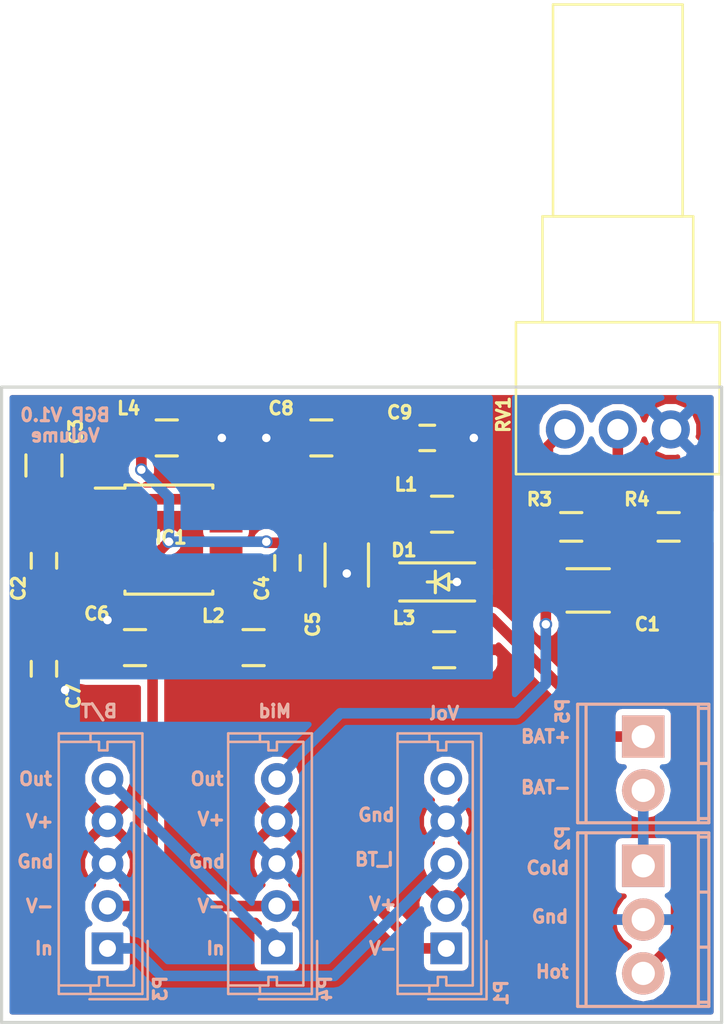
<source format=kicad_pcb>
(kicad_pcb (version 4) (host pcbnew 4.0.7)

  (general
    (links 45)
    (no_connects 0)
    (area 151.305 31.424999 187.955 80.075001)
    (thickness 1.6)
    (drawings 31)
    (tracks 125)
    (zones 0)
    (modules 23)
    (nets 19)
  )

  (page A4)
  (layers
    (0 F.Cu signal)
    (31 B.Cu signal)
    (32 B.Adhes user)
    (33 F.Adhes user)
    (34 B.Paste user)
    (35 F.Paste user)
    (36 B.SilkS user)
    (37 F.SilkS user)
    (38 B.Mask user)
    (39 F.Mask user)
    (40 Dwgs.User user)
    (41 Cmts.User user)
    (42 Eco1.User user)
    (43 Eco2.User user)
    (44 Edge.Cuts user)
    (45 Margin user)
    (46 B.CrtYd user)
    (47 F.CrtYd user)
    (48 B.Fab user)
    (49 F.Fab user)
  )

  (setup
    (last_trace_width 0.5)
    (trace_clearance 0.3)
    (zone_clearance 0.3)
    (zone_45_only no)
    (trace_min 0.3)
    (segment_width 0.2)
    (edge_width 0.15)
    (via_size 0.6)
    (via_drill 0.4)
    (via_min_size 0.6)
    (via_min_drill 0.3)
    (uvia_size 0.3)
    (uvia_drill 0.1)
    (uvias_allowed no)
    (uvia_min_size 0.3)
    (uvia_min_drill 0.1)
    (pcb_text_width 0.3)
    (pcb_text_size 1.5 1.5)
    (mod_edge_width 0.15)
    (mod_text_size 0.6 0.6)
    (mod_text_width 0.15)
    (pad_size 1.5 1.5)
    (pad_drill 0.8)
    (pad_to_mask_clearance 0.2)
    (aux_axis_origin 0 0)
    (visible_elements 7FFFFFFF)
    (pcbplotparams
      (layerselection 0x010f0_80000001)
      (usegerberextensions true)
      (excludeedgelayer true)
      (linewidth 0.100000)
      (plotframeref false)
      (viasonmask false)
      (mode 1)
      (useauxorigin false)
      (hpglpennumber 1)
      (hpglpenspeed 20)
      (hpglpendiameter 15)
      (hpglpenoverlay 2)
      (psnegative false)
      (psa4output false)
      (plotreference true)
      (plotvalue true)
      (plotinvisibletext false)
      (padsonsilk false)
      (subtractmaskfromsilk false)
      (outputformat 1)
      (mirror false)
      (drillshape 0)
      (scaleselection 1)
      (outputdirectory ../../GERBER/VOL_0/))
  )

  (net 0 "")
  (net 1 /M_O)
  (net 2 /BAT+)
  (net 3 Earth)
  (net 4 /BT_I)
  (net 5 /BT_O)
  (net 6 /JHOT)
  (net 7 "Net-(C2-Pad1)")
  (net 8 "Net-(C2-Pad2)")
  (net 9 "Net-(C3-Pad1)")
  (net 10 "Net-(C4-Pad2)")
  (net 11 /V-)
  (net 12 /V+)
  (net 13 "Net-(IC1-Pad6)")
  (net 14 "Net-(IC1-Pad7)")
  (net 15 "Net-(C1-Pad1)")
  (net 16 "Net-(C3-Pad2)")
  (net 17 /BAT-)
  (net 18 "Net-(P1-Pad5)")

  (net_class Default "This is the default net class."
    (clearance 0.3)
    (trace_width 0.5)
    (via_dia 0.6)
    (via_drill 0.4)
    (uvia_dia 0.3)
    (uvia_drill 0.1)
    (add_net /BT_I)
    (add_net /BT_O)
    (add_net /JHOT)
    (add_net /M_O)
    (add_net "Net-(C1-Pad1)")
    (add_net "Net-(C2-Pad1)")
    (add_net "Net-(C2-Pad2)")
    (add_net "Net-(C3-Pad1)")
    (add_net "Net-(C3-Pad2)")
    (add_net "Net-(C4-Pad2)")
    (add_net "Net-(IC1-Pad6)")
    (add_net "Net-(IC1-Pad7)")
    (add_net "Net-(P1-Pad5)")
  )

  (net_class PWR ""
    (clearance 0.3)
    (trace_width 0.5)
    (via_dia 0.6)
    (via_drill 0.4)
    (uvia_dia 0.3)
    (uvia_drill 0.1)
    (add_net /BAT+)
    (add_net /BAT-)
    (add_net /V+)
    (add_net /V-)
    (add_net Earth)
  )

  (module Potentiometers:Potentiometer_Alps_RK097_Single_Vertical (layer F.Cu) (tedit 5A31B57E) (tstamp 5A29FBF5)
    (at 183.6 52 90)
    (descr "Potentiometer, vertically mounted, Omeg PC16PU, Omeg PC16PU, Omeg PC16PU, Vishay/Spectrol 248GJ/249GJ Single, Vishay/Spectrol 248GJ/249GJ Single, Vishay/Spectrol 248GJ/249GJ Single, Vishay/Spectrol 248GH/249GH Single, Vishay/Spectrol 148/149 Single, Vishay/Spectrol 148/149 Single, Vishay/Spectrol 148/149 Single, Vishay/Spectrol 148A/149A Single with mounting plates, Vishay/Spectrol 148/149 Double, Vishay/Spectrol 148A/149A Double with mounting plates, Piher PC-16 Single, Piher PC-16 Single, Piher PC-16 Single, Piher PC-16SV Single, Piher PC-16 Double, Piher PC-16 Triple, Piher T16H Single, Piher T16L Single, Piher T16H Double, Alps RK163 Single, Alps RK163 Double, Alps RK097 Single, http://www.alps.com/prod/info/E/HTML/Potentiometer/RotaryPotentiometers/RK097/RK097111080J.html")
    (tags "Potentiometer vertical  Omeg PC16PU  Omeg PC16PU  Omeg PC16PU  Vishay/Spectrol 248GJ/249GJ Single  Vishay/Spectrol 248GJ/249GJ Single  Vishay/Spectrol 248GJ/249GJ Single  Vishay/Spectrol 248GH/249GH Single  Vishay/Spectrol 148/149 Single  Vishay/Spectrol 148/149 Single  Vishay/Spectrol 148/149 Single  Vishay/Spectrol 148A/149A Single with mounting plates  Vishay/Spectrol 148/149 Double  Vishay/Spectrol 148A/149A Double with mounting plates  Piher PC-16 Single  Piher PC-16 Single  Piher PC-16 Single  Piher PC-16SV Single  Piher PC-16 Double  Piher PC-16 Triple  Piher T16H Single  Piher T16L Single  Piher T16H Double  Alps RK163 Single  Alps RK163 Double  Alps RK097 Single")
    (path /5A291EC4)
    (fp_text reference RV1 (at 0.7 -7.9 90) (layer F.SilkS)
      (effects (font (size 0.6 0.6) (thickness 0.15)))
    )
    (fp_text value POT (at 0 3.5 90) (layer F.Fab) hide
      (effects (font (size 0.6 0.6) (thickness 0.15)))
    )
    (fp_line (start -2.05 -7.25) (end -2.05 2.25) (layer F.Fab) (width 0.1))
    (fp_line (start -2.05 2.25) (end 5 2.25) (layer F.Fab) (width 0.1))
    (fp_line (start 5 2.25) (end 5 -7.25) (layer F.Fab) (width 0.1))
    (fp_line (start 5 -7.25) (end -2.05 -7.25) (layer F.Fab) (width 0.1))
    (fp_line (start 5 -6) (end 5 1) (layer F.Fab) (width 0.1))
    (fp_line (start 5 1) (end 10 1) (layer F.Fab) (width 0.1))
    (fp_line (start 10 1) (end 10 -6) (layer F.Fab) (width 0.1))
    (fp_line (start 10 -6) (end 5 -6) (layer F.Fab) (width 0.1))
    (fp_line (start 10 -5.5) (end 10 0.5) (layer F.Fab) (width 0.1))
    (fp_line (start 10 0.5) (end 20 0.5) (layer F.Fab) (width 0.1))
    (fp_line (start 20 0.5) (end 20 -5.5) (layer F.Fab) (width 0.1))
    (fp_line (start 20 -5.5) (end 10 -5.5) (layer F.Fab) (width 0.1))
    (fp_line (start -2.11 -7.31) (end 5.06 -7.31) (layer F.SilkS) (width 0.12))
    (fp_line (start -2.11 2.31) (end 5.06 2.31) (layer F.SilkS) (width 0.12))
    (fp_line (start -2.11 -7.31) (end -2.11 2.31) (layer F.SilkS) (width 0.12))
    (fp_line (start 5.06 -7.31) (end 5.06 2.31) (layer F.SilkS) (width 0.12))
    (fp_line (start 5.06 -6.06) (end 10.06 -6.06) (layer F.SilkS) (width 0.12))
    (fp_line (start 5.06 1.06) (end 10.06 1.06) (layer F.SilkS) (width 0.12))
    (fp_line (start 5.06 -6.06) (end 5.06 1.06) (layer F.SilkS) (width 0.12))
    (fp_line (start 10.06 -6.06) (end 10.06 1.06) (layer F.SilkS) (width 0.12))
    (fp_line (start 10.06 -5.56) (end 20.061 -5.56) (layer F.SilkS) (width 0.12))
    (fp_line (start 10.06 0.56) (end 20.061 0.56) (layer F.SilkS) (width 0.12))
    (fp_line (start 10.06 -5.56) (end 10.06 0.56) (layer F.SilkS) (width 0.12))
    (fp_line (start 20.061 -5.56) (end 20.061 0.56) (layer F.SilkS) (width 0.12))
    (fp_line (start -2.3 -7.5) (end -2.3 2.5) (layer F.CrtYd) (width 0.05))
    (fp_line (start -2.3 2.5) (end 20.25 2.5) (layer F.CrtYd) (width 0.05))
    (fp_line (start 20.25 2.5) (end 20.25 -7.5) (layer F.CrtYd) (width 0.05))
    (fp_line (start 20.25 -7.5) (end -2.3 -7.5) (layer F.CrtYd) (width 0.05))
    (pad 3 thru_hole circle (at 0 -5 90) (size 1.8 1.8) (drill 1) (layers *.Cu *.Mask)
      (net 15 "Net-(C1-Pad1)"))
    (pad 2 thru_hole circle (at 0 -2.5 90) (size 1.8 1.8) (drill 1) (layers *.Cu *.Mask)
      (net 6 /JHOT))
    (pad 1 thru_hole circle (at 0 0 90) (size 1.8 1.8) (drill 1) (layers *.Cu *.Mask)
      (net 3 Earth))
    (model Potentiometers.3dshapes/Potentiometer_Alps_RK097_Single_Vertical.wrl
      (at (xyz 0 0 0))
      (scale (xyz 0.393701 0.393701 0.393701))
      (rotate (xyz 0 0 0))
    )
  )

  (module Capacitors_SMD:C_1206_HandSoldering (layer F.Cu) (tedit 5A557F9F) (tstamp 5A4D4DBC)
    (at 179.7 59.6 180)
    (descr "Capacitor SMD 1206, hand soldering")
    (tags "capacitor 1206")
    (path /5A291E7B)
    (attr smd)
    (fp_text reference C1 (at -2.8 -1.6 180) (layer F.SilkS)
      (effects (font (size 0.6 0.6) (thickness 0.15)))
    )
    (fp_text value 22u (at -2.4 -1.7 180) (layer F.Fab) hide
      (effects (font (size 0.6 0.6) (thickness 0.15)))
    )
    (fp_line (start -3.3 -1.15) (end 3.3 -1.15) (layer F.CrtYd) (width 0.05))
    (fp_line (start -3.3 1.15) (end 3.3 1.15) (layer F.CrtYd) (width 0.05))
    (fp_line (start -3.3 -1.15) (end -3.3 1.15) (layer F.CrtYd) (width 0.05))
    (fp_line (start 3.3 -1.15) (end 3.3 1.15) (layer F.CrtYd) (width 0.05))
    (fp_line (start 1 -1.025) (end -1 -1.025) (layer F.SilkS) (width 0.15))
    (fp_line (start -1 1.025) (end 1 1.025) (layer F.SilkS) (width 0.15))
    (pad 1 smd rect (at -2 0 180) (size 2 1.6) (layers F.Cu F.Paste F.Mask)
      (net 15 "Net-(C1-Pad1)"))
    (pad 2 smd rect (at 2 0 180) (size 2 1.6) (layers F.Cu F.Paste F.Mask)
      (net 1 /M_O))
    (model Capacitors_SMD.3dshapes/C_1206_HandSoldering.wrl
      (at (xyz 0 0 0))
      (scale (xyz 1 1 1))
      (rotate (xyz 0 0 0))
    )
  )

  (module Capacitors_SMD:C_0603_HandSoldering (layer F.Cu) (tedit 5A557C68) (tstamp 5A4D4DC2)
    (at 154 58.2 270)
    (descr "Capacitor SMD 0603, hand soldering")
    (tags "capacitor 0603")
    (path /5A4D67D5)
    (attr smd)
    (fp_text reference C2 (at 1.3 1.2 270) (layer F.SilkS)
      (effects (font (size 0.6 0.6) (thickness 0.15)))
    )
    (fp_text value 1u (at 0 1.9 270) (layer F.Fab) hide
      (effects (font (size 0.6 0.6) (thickness 0.15)))
    )
    (fp_line (start -1.85 -0.75) (end 1.85 -0.75) (layer F.CrtYd) (width 0.05))
    (fp_line (start -1.85 0.75) (end 1.85 0.75) (layer F.CrtYd) (width 0.05))
    (fp_line (start -1.85 -0.75) (end -1.85 0.75) (layer F.CrtYd) (width 0.05))
    (fp_line (start 1.85 -0.75) (end 1.85 0.75) (layer F.CrtYd) (width 0.05))
    (fp_line (start -0.35 -0.6) (end 0.35 -0.6) (layer F.SilkS) (width 0.15))
    (fp_line (start 0.35 0.6) (end -0.35 0.6) (layer F.SilkS) (width 0.15))
    (pad 1 smd rect (at -0.95 0 270) (size 1.2 0.75) (layers F.Cu F.Paste F.Mask)
      (net 7 "Net-(C2-Pad1)"))
    (pad 2 smd rect (at 0.95 0 270) (size 1.2 0.75) (layers F.Cu F.Paste F.Mask)
      (net 8 "Net-(C2-Pad2)"))
    (model Capacitors_SMD.3dshapes/C_0603_HandSoldering.wrl
      (at (xyz 0 0 0))
      (scale (xyz 1 1 1))
      (rotate (xyz 0 0 0))
    )
  )

  (module Capacitors_SMD:C_0805_HandSoldering (layer F.Cu) (tedit 5A557CB9) (tstamp 5A4D4DC8)
    (at 154 53.7 90)
    (descr "Capacitor SMD 0805, hand soldering")
    (tags "capacitor 0805")
    (path /5A4D5BFE)
    (attr smd)
    (fp_text reference C3 (at 1.6 1.5 90) (layer F.SilkS)
      (effects (font (size 0.6 0.6) (thickness 0.15)))
    )
    (fp_text value 10u (at 0 2.1 90) (layer F.Fab) hide
      (effects (font (size 0.6 0.6) (thickness 0.15)))
    )
    (fp_line (start -2.3 -1) (end 2.3 -1) (layer F.CrtYd) (width 0.05))
    (fp_line (start -2.3 1) (end 2.3 1) (layer F.CrtYd) (width 0.05))
    (fp_line (start -2.3 -1) (end -2.3 1) (layer F.CrtYd) (width 0.05))
    (fp_line (start 2.3 -1) (end 2.3 1) (layer F.CrtYd) (width 0.05))
    (fp_line (start 0.5 -0.85) (end -0.5 -0.85) (layer F.SilkS) (width 0.15))
    (fp_line (start -0.5 0.85) (end 0.5 0.85) (layer F.SilkS) (width 0.15))
    (pad 1 smd rect (at -1.25 0 90) (size 1.5 1.25) (layers F.Cu F.Paste F.Mask)
      (net 9 "Net-(C3-Pad1)"))
    (pad 2 smd rect (at 1.25 0 90) (size 1.5 1.25) (layers F.Cu F.Paste F.Mask)
      (net 16 "Net-(C3-Pad2)"))
    (model Capacitors_SMD.3dshapes/C_0805_HandSoldering.wrl
      (at (xyz 0 0 0))
      (scale (xyz 1 1 1))
      (rotate (xyz 0 0 0))
    )
  )

  (module Capacitors_SMD:C_0603_HandSoldering (layer F.Cu) (tedit 5A56AD36) (tstamp 5A4D4DCE)
    (at 165.5 58.3 270)
    (descr "Capacitor SMD 0603, hand soldering")
    (tags "capacitor 0603")
    (path /5A4D618E)
    (attr smd)
    (fp_text reference C4 (at 1.2 1.2 270) (layer F.SilkS)
      (effects (font (size 0.6 0.6) (thickness 0.15)))
    )
    (fp_text value 1u (at 0 1.9 270) (layer F.Fab) hide
      (effects (font (size 0.6 0.6) (thickness 0.15)))
    )
    (fp_line (start -1.85 -0.75) (end 1.85 -0.75) (layer F.CrtYd) (width 0.05))
    (fp_line (start -1.85 0.75) (end 1.85 0.75) (layer F.CrtYd) (width 0.05))
    (fp_line (start -1.85 -0.75) (end -1.85 0.75) (layer F.CrtYd) (width 0.05))
    (fp_line (start 1.85 -0.75) (end 1.85 0.75) (layer F.CrtYd) (width 0.05))
    (fp_line (start -0.35 -0.6) (end 0.35 -0.6) (layer F.SilkS) (width 0.15))
    (fp_line (start 0.35 0.6) (end -0.35 0.6) (layer F.SilkS) (width 0.15))
    (pad 1 smd rect (at -0.95 0 270) (size 1.2 0.75) (layers F.Cu F.Paste F.Mask)
      (net 16 "Net-(C3-Pad2)"))
    (pad 2 smd rect (at 0.95 0 270) (size 1.2 0.75) (layers F.Cu F.Paste F.Mask)
      (net 10 "Net-(C4-Pad2)"))
    (model Capacitors_SMD.3dshapes/C_0603_HandSoldering.wrl
      (at (xyz 0 0 0))
      (scale (xyz 1 1 1))
      (rotate (xyz 0 0 0))
    )
  )

  (module Capacitors_SMD:C_1206_HandSoldering (layer F.Cu) (tedit 5A557CDB) (tstamp 5A4D4DD4)
    (at 168.3 58.4 270)
    (descr "Capacitor SMD 1206, hand soldering")
    (tags "capacitor 1206")
    (path /5A4D5389)
    (attr smd)
    (fp_text reference C5 (at 2.8 1.6 270) (layer F.SilkS)
      (effects (font (size 0.6 0.6) (thickness 0.15)))
    )
    (fp_text value 22u (at -2.5 -1.7 270) (layer F.Fab) hide
      (effects (font (size 0.6 0.6) (thickness 0.15)))
    )
    (fp_line (start -3.3 -1.15) (end 3.3 -1.15) (layer F.CrtYd) (width 0.05))
    (fp_line (start -3.3 1.15) (end 3.3 1.15) (layer F.CrtYd) (width 0.05))
    (fp_line (start -3.3 -1.15) (end -3.3 1.15) (layer F.CrtYd) (width 0.05))
    (fp_line (start 3.3 -1.15) (end 3.3 1.15) (layer F.CrtYd) (width 0.05))
    (fp_line (start 1 -1.025) (end -1 -1.025) (layer F.SilkS) (width 0.15))
    (fp_line (start -1 1.025) (end 1 1.025) (layer F.SilkS) (width 0.15))
    (pad 1 smd rect (at -2 0 270) (size 2 1.6) (layers F.Cu F.Paste F.Mask)
      (net 2 /BAT+))
    (pad 2 smd rect (at 2 0 270) (size 2 1.6) (layers F.Cu F.Paste F.Mask)
      (net 3 Earth))
    (model Capacitors_SMD.3dshapes/C_1206_HandSoldering.wrl
      (at (xyz 0 0 0))
      (scale (xyz 1 1 1))
      (rotate (xyz 0 0 0))
    )
  )

  (module Capacitors_SMD:C_0805_HandSoldering (layer F.Cu) (tedit 5A557DBE) (tstamp 5A4D4DDA)
    (at 158.3 62.3)
    (descr "Capacitor SMD 0805, hand soldering")
    (tags "capacitor 0805")
    (path /5A4D6255)
    (attr smd)
    (fp_text reference C6 (at -1.8 -1.6) (layer F.SilkS)
      (effects (font (size 0.6 0.6) (thickness 0.15)))
    )
    (fp_text value 10u (at 0 2.1) (layer F.Fab) hide
      (effects (font (size 0.6 0.6) (thickness 0.15)))
    )
    (fp_line (start -2.3 -1) (end 2.3 -1) (layer F.CrtYd) (width 0.05))
    (fp_line (start -2.3 1) (end 2.3 1) (layer F.CrtYd) (width 0.05))
    (fp_line (start -2.3 -1) (end -2.3 1) (layer F.CrtYd) (width 0.05))
    (fp_line (start 2.3 -1) (end 2.3 1) (layer F.CrtYd) (width 0.05))
    (fp_line (start 0.5 -0.85) (end -0.5 -0.85) (layer F.SilkS) (width 0.15))
    (fp_line (start -0.5 0.85) (end 0.5 0.85) (layer F.SilkS) (width 0.15))
    (pad 1 smd rect (at -1.25 0) (size 1.5 1.25) (layers F.Cu F.Paste F.Mask)
      (net 3 Earth))
    (pad 2 smd rect (at 1.25 0) (size 1.5 1.25) (layers F.Cu F.Paste F.Mask)
      (net 11 /V-))
    (model Capacitors_SMD.3dshapes/C_0805_HandSoldering.wrl
      (at (xyz 0 0 0))
      (scale (xyz 1 1 1))
      (rotate (xyz 0 0 0))
    )
  )

  (module Capacitors_SMD:C_0603_HandSoldering (layer F.Cu) (tedit 5A56AC8D) (tstamp 5A4D4DE0)
    (at 154 63.3 270)
    (descr "Capacitor SMD 0603, hand soldering")
    (tags "capacitor 0603")
    (path /5A4D6AAD)
    (attr smd)
    (fp_text reference C7 (at 1.3 -1.4 270) (layer F.SilkS)
      (effects (font (size 0.6 0.6) (thickness 0.15)))
    )
    (fp_text value 0.01u (at 0 1.9 270) (layer F.Fab) hide
      (effects (font (size 0.6 0.6) (thickness 0.15)))
    )
    (fp_line (start -1.85 -0.75) (end 1.85 -0.75) (layer F.CrtYd) (width 0.05))
    (fp_line (start -1.85 0.75) (end 1.85 0.75) (layer F.CrtYd) (width 0.05))
    (fp_line (start -1.85 -0.75) (end -1.85 0.75) (layer F.CrtYd) (width 0.05))
    (fp_line (start 1.85 -0.75) (end 1.85 0.75) (layer F.CrtYd) (width 0.05))
    (fp_line (start -0.35 -0.6) (end 0.35 -0.6) (layer F.SilkS) (width 0.15))
    (fp_line (start 0.35 0.6) (end -0.35 0.6) (layer F.SilkS) (width 0.15))
    (pad 1 smd rect (at -0.95 0 270) (size 1.2 0.75) (layers F.Cu F.Paste F.Mask)
      (net 11 /V-))
    (pad 2 smd rect (at 0.95 0 270) (size 1.2 0.75) (layers F.Cu F.Paste F.Mask)
      (net 3 Earth))
    (model Capacitors_SMD.3dshapes/C_0603_HandSoldering.wrl
      (at (xyz 0 0 0))
      (scale (xyz 1 1 1))
      (rotate (xyz 0 0 0))
    )
  )

  (module Capacitors_SMD:C_0805_HandSoldering (layer F.Cu) (tedit 5A557D76) (tstamp 5A4D4DE6)
    (at 167.1 52.4 180)
    (descr "Capacitor SMD 0805, hand soldering")
    (tags "capacitor 0805")
    (path /5A4D5E27)
    (attr smd)
    (fp_text reference C8 (at 1.9 1.4 180) (layer F.SilkS)
      (effects (font (size 0.6 0.6) (thickness 0.15)))
    )
    (fp_text value 10u (at 0 2.1 180) (layer F.Fab) hide
      (effects (font (size 0.6 0.6) (thickness 0.15)))
    )
    (fp_line (start -2.3 -1) (end 2.3 -1) (layer F.CrtYd) (width 0.05))
    (fp_line (start -2.3 1) (end 2.3 1) (layer F.CrtYd) (width 0.05))
    (fp_line (start -2.3 -1) (end -2.3 1) (layer F.CrtYd) (width 0.05))
    (fp_line (start 2.3 -1) (end 2.3 1) (layer F.CrtYd) (width 0.05))
    (fp_line (start 0.5 -0.85) (end -0.5 -0.85) (layer F.SilkS) (width 0.15))
    (fp_line (start -0.5 0.85) (end 0.5 0.85) (layer F.SilkS) (width 0.15))
    (pad 1 smd rect (at -1.25 0 180) (size 1.5 1.25) (layers F.Cu F.Paste F.Mask)
      (net 12 /V+))
    (pad 2 smd rect (at 1.25 0 180) (size 1.5 1.25) (layers F.Cu F.Paste F.Mask)
      (net 3 Earth))
    (model Capacitors_SMD.3dshapes/C_0805_HandSoldering.wrl
      (at (xyz 0 0 0))
      (scale (xyz 1 1 1))
      (rotate (xyz 0 0 0))
    )
  )

  (module Capacitors_SMD:C_0603_HandSoldering (layer F.Cu) (tedit 5A557D7A) (tstamp 5A4D4DEC)
    (at 172.1 52.4)
    (descr "Capacitor SMD 0603, hand soldering")
    (tags "capacitor 0603")
    (path /5A4D6B40)
    (attr smd)
    (fp_text reference C9 (at -1.3 -1.2) (layer F.SilkS)
      (effects (font (size 0.6 0.6) (thickness 0.15)))
    )
    (fp_text value 0.01u (at 0 1.9) (layer F.Fab) hide
      (effects (font (size 0.6 0.6) (thickness 0.15)))
    )
    (fp_line (start -1.85 -0.75) (end 1.85 -0.75) (layer F.CrtYd) (width 0.05))
    (fp_line (start -1.85 0.75) (end 1.85 0.75) (layer F.CrtYd) (width 0.05))
    (fp_line (start -1.85 -0.75) (end -1.85 0.75) (layer F.CrtYd) (width 0.05))
    (fp_line (start 1.85 -0.75) (end 1.85 0.75) (layer F.CrtYd) (width 0.05))
    (fp_line (start -0.35 -0.6) (end 0.35 -0.6) (layer F.SilkS) (width 0.15))
    (fp_line (start 0.35 0.6) (end -0.35 0.6) (layer F.SilkS) (width 0.15))
    (pad 1 smd rect (at -0.95 0) (size 1.2 0.75) (layers F.Cu F.Paste F.Mask)
      (net 12 /V+))
    (pad 2 smd rect (at 0.95 0) (size 1.2 0.75) (layers F.Cu F.Paste F.Mask)
      (net 3 Earth))
    (model Capacitors_SMD.3dshapes/C_0603_HandSoldering.wrl
      (at (xyz 0 0 0))
      (scale (xyz 1 1 1))
      (rotate (xyz 0 0 0))
    )
  )

  (module Housings_SOIC:SOIC-8_3.9x4.9mm_Pitch1.27mm (layer F.Cu) (tedit 5A557C65) (tstamp 5A4D4DFE)
    (at 159.9 57.2)
    (descr "8-Lead Plastic Small Outline (SN) - Narrow, 3.90 mm Body [SOIC] (see Microchip Packaging Specification 00000049BS.pdf)")
    (tags "SOIC 1.27")
    (path /5A4D5F54)
    (attr smd)
    (fp_text reference IC1 (at 0.1 -0.1) (layer F.SilkS)
      (effects (font (size 0.6 0.6) (thickness 0.15)))
    )
    (fp_text value TC7660SO-08 (at 0 3.5) (layer F.Fab) hide
      (effects (font (size 0.6 0.6) (thickness 0.15)))
    )
    (fp_line (start -3.75 -2.75) (end -3.75 2.75) (layer F.CrtYd) (width 0.05))
    (fp_line (start 3.75 -2.75) (end 3.75 2.75) (layer F.CrtYd) (width 0.05))
    (fp_line (start -3.75 -2.75) (end 3.75 -2.75) (layer F.CrtYd) (width 0.05))
    (fp_line (start -3.75 2.75) (end 3.75 2.75) (layer F.CrtYd) (width 0.05))
    (fp_line (start -2.075 -2.575) (end -2.075 -2.43) (layer F.SilkS) (width 0.15))
    (fp_line (start 2.075 -2.575) (end 2.075 -2.43) (layer F.SilkS) (width 0.15))
    (fp_line (start 2.075 2.575) (end 2.075 2.43) (layer F.SilkS) (width 0.15))
    (fp_line (start -2.075 2.575) (end -2.075 2.43) (layer F.SilkS) (width 0.15))
    (fp_line (start -2.075 -2.575) (end 2.075 -2.575) (layer F.SilkS) (width 0.15))
    (fp_line (start -2.075 2.575) (end 2.075 2.575) (layer F.SilkS) (width 0.15))
    (fp_line (start -2.075 -2.43) (end -3.475 -2.43) (layer F.SilkS) (width 0.15))
    (pad 1 smd rect (at -2.7 -1.905) (size 1.55 0.6) (layers F.Cu F.Paste F.Mask)
      (net 9 "Net-(C3-Pad1)"))
    (pad 2 smd rect (at -2.7 -0.635) (size 1.55 0.6) (layers F.Cu F.Paste F.Mask)
      (net 7 "Net-(C2-Pad1)"))
    (pad 3 smd rect (at -2.7 0.635) (size 1.55 0.6) (layers F.Cu F.Paste F.Mask)
      (net 16 "Net-(C3-Pad2)"))
    (pad 4 smd rect (at -2.7 1.905) (size 1.55 0.6) (layers F.Cu F.Paste F.Mask)
      (net 8 "Net-(C2-Pad2)"))
    (pad 5 smd rect (at 2.7 1.905) (size 1.55 0.6) (layers F.Cu F.Paste F.Mask)
      (net 10 "Net-(C4-Pad2)"))
    (pad 6 smd rect (at 2.7 0.635) (size 1.55 0.6) (layers F.Cu F.Paste F.Mask)
      (net 13 "Net-(IC1-Pad6)"))
    (pad 7 smd rect (at 2.7 -0.635) (size 1.55 0.6) (layers F.Cu F.Paste F.Mask)
      (net 14 "Net-(IC1-Pad7)"))
    (pad 8 smd rect (at 2.7 -1.905) (size 1.55 0.6) (layers F.Cu F.Paste F.Mask)
      (net 9 "Net-(C3-Pad1)"))
    (model Housings_SOIC.3dshapes/SOIC-8_3.9x4.9mm_Pitch1.27mm.wrl
      (at (xyz 0 0 0))
      (scale (xyz 1 1 1))
      (rotate (xyz 0 0 0))
    )
  )

  (module Capacitors_SMD:C_0805_HandSoldering (layer F.Cu) (tedit 5A557CF4) (tstamp 5A4D4E04)
    (at 172.8 56)
    (descr "Capacitor SMD 0805, hand soldering")
    (tags "capacitor 0805")
    (path /5A4D599B)
    (attr smd)
    (fp_text reference L1 (at -1.7 -1.4) (layer F.SilkS)
      (effects (font (size 0.6 0.6) (thickness 0.15)))
    )
    (fp_text value 100u (at 0 2.1) (layer F.Fab) hide
      (effects (font (size 0.6 0.6) (thickness 0.15)))
    )
    (fp_line (start -2.3 -1) (end 2.3 -1) (layer F.CrtYd) (width 0.05))
    (fp_line (start -2.3 1) (end 2.3 1) (layer F.CrtYd) (width 0.05))
    (fp_line (start -2.3 -1) (end -2.3 1) (layer F.CrtYd) (width 0.05))
    (fp_line (start 2.3 -1) (end 2.3 1) (layer F.CrtYd) (width 0.05))
    (fp_line (start 0.5 -0.85) (end -0.5 -0.85) (layer F.SilkS) (width 0.15))
    (fp_line (start -0.5 0.85) (end 0.5 0.85) (layer F.SilkS) (width 0.15))
    (pad 1 smd rect (at -1.25 0) (size 1.5 1.25) (layers F.Cu F.Paste F.Mask)
      (net 9 "Net-(C3-Pad1)"))
    (pad 2 smd rect (at 1.25 0) (size 1.5 1.25) (layers F.Cu F.Paste F.Mask)
      (net 2 /BAT+))
    (model Capacitors_SMD.3dshapes/C_0805_HandSoldering.wrl
      (at (xyz 0 0 0))
      (scale (xyz 1 1 1))
      (rotate (xyz 0 0 0))
    )
  )

  (module Capacitors_SMD:C_0805_HandSoldering (layer F.Cu) (tedit 5A558186) (tstamp 5A4D4E0A)
    (at 163.9 62.3 180)
    (descr "Capacitor SMD 0805, hand soldering")
    (tags "capacitor 0805")
    (path /5A4D6132)
    (attr smd)
    (fp_text reference L2 (at 1.9 1.5 180) (layer F.SilkS)
      (effects (font (size 0.6 0.6) (thickness 0.15)))
    )
    (fp_text value 100u (at 0 2.1 180) (layer F.Fab) hide
      (effects (font (size 0.6 0.6) (thickness 0.15)))
    )
    (fp_line (start -2.3 -1) (end 2.3 -1) (layer F.CrtYd) (width 0.05))
    (fp_line (start -2.3 1) (end 2.3 1) (layer F.CrtYd) (width 0.05))
    (fp_line (start -2.3 -1) (end -2.3 1) (layer F.CrtYd) (width 0.05))
    (fp_line (start 2.3 -1) (end 2.3 1) (layer F.CrtYd) (width 0.05))
    (fp_line (start 0.5 -0.85) (end -0.5 -0.85) (layer F.SilkS) (width 0.15))
    (fp_line (start -0.5 0.85) (end 0.5 0.85) (layer F.SilkS) (width 0.15))
    (pad 1 smd rect (at -1.25 0 180) (size 1.5 1.25) (layers F.Cu F.Paste F.Mask)
      (net 10 "Net-(C4-Pad2)"))
    (pad 2 smd rect (at 1.25 0 180) (size 1.5 1.25) (layers F.Cu F.Paste F.Mask)
      (net 11 /V-))
    (model Capacitors_SMD.3dshapes/C_0805_HandSoldering.wrl
      (at (xyz 0 0 0))
      (scale (xyz 1 1 1))
      (rotate (xyz 0 0 0))
    )
  )

  (module Capacitors_SMD:C_0805_HandSoldering (layer F.Cu) (tedit 5A557D4E) (tstamp 5A4D4E10)
    (at 172.9 62.4)
    (descr "Capacitor SMD 0805, hand soldering")
    (tags "capacitor 0805")
    (path /5A4D5DA3)
    (attr smd)
    (fp_text reference L3 (at -1.9 -1.5) (layer F.SilkS)
      (effects (font (size 0.6 0.6) (thickness 0.15)))
    )
    (fp_text value 100u (at 0 2.1) (layer F.Fab) hide
      (effects (font (size 0.6 0.6) (thickness 0.15)))
    )
    (fp_line (start -2.3 -1) (end 2.3 -1) (layer F.CrtYd) (width 0.05))
    (fp_line (start -2.3 1) (end 2.3 1) (layer F.CrtYd) (width 0.05))
    (fp_line (start -2.3 -1) (end -2.3 1) (layer F.CrtYd) (width 0.05))
    (fp_line (start 2.3 -1) (end 2.3 1) (layer F.CrtYd) (width 0.05))
    (fp_line (start 0.5 -0.85) (end -0.5 -0.85) (layer F.SilkS) (width 0.15))
    (fp_line (start -0.5 0.85) (end 0.5 0.85) (layer F.SilkS) (width 0.15))
    (pad 1 smd rect (at -1.25 0) (size 1.5 1.25) (layers F.Cu F.Paste F.Mask)
      (net 2 /BAT+))
    (pad 2 smd rect (at 1.25 0) (size 1.5 1.25) (layers F.Cu F.Paste F.Mask)
      (net 12 /V+))
    (model Capacitors_SMD.3dshapes/C_0805_HandSoldering.wrl
      (at (xyz 0 0 0))
      (scale (xyz 1 1 1))
      (rotate (xyz 0 0 0))
    )
  )

  (module Resistors_SMD:R_0603_HandSoldering (layer F.Cu) (tedit 5A557C88) (tstamp 5A4D4E16)
    (at 178.9 56.6)
    (descr "Resistor SMD 0603, hand soldering")
    (tags "resistor 0603")
    (path /5A29253E)
    (attr smd)
    (fp_text reference R3 (at -1.5 -1.3) (layer F.SilkS)
      (effects (font (size 0.6 0.6) (thickness 0.15)))
    )
    (fp_text value 18k (at 0 1.9) (layer F.Fab) hide
      (effects (font (size 0.6 0.6) (thickness 0.15)))
    )
    (fp_line (start -2 -0.8) (end 2 -0.8) (layer F.CrtYd) (width 0.05))
    (fp_line (start -2 0.8) (end 2 0.8) (layer F.CrtYd) (width 0.05))
    (fp_line (start -2 -0.8) (end -2 0.8) (layer F.CrtYd) (width 0.05))
    (fp_line (start 2 -0.8) (end 2 0.8) (layer F.CrtYd) (width 0.05))
    (fp_line (start 0.5 0.675) (end -0.5 0.675) (layer F.SilkS) (width 0.15))
    (fp_line (start -0.5 -0.675) (end 0.5 -0.675) (layer F.SilkS) (width 0.15))
    (pad 1 smd rect (at -1.1 0) (size 1.2 0.9) (layers F.Cu F.Paste F.Mask)
      (net 15 "Net-(C1-Pad1)"))
    (pad 2 smd rect (at 1.1 0) (size 1.2 0.9) (layers F.Cu F.Paste F.Mask)
      (net 6 /JHOT))
    (model Resistors_SMD.3dshapes/R_0603_HandSoldering.wrl
      (at (xyz 0 0 0))
      (scale (xyz 1 1 1))
      (rotate (xyz 0 0 0))
    )
  )

  (module Resistors_SMD:R_0603_HandSoldering (layer F.Cu) (tedit 5A557C8C) (tstamp 5A4D4E1C)
    (at 183.5 56.6)
    (descr "Resistor SMD 0603, hand soldering")
    (tags "resistor 0603")
    (path /5A292776)
    (attr smd)
    (fp_text reference R4 (at -1.5 -1.3) (layer F.SilkS)
      (effects (font (size 0.6 0.6) (thickness 0.15)))
    )
    (fp_text value 22k (at 0 1.9) (layer F.Fab) hide
      (effects (font (size 0.6 0.6) (thickness 0.15)))
    )
    (fp_line (start -2 -0.8) (end 2 -0.8) (layer F.CrtYd) (width 0.05))
    (fp_line (start -2 0.8) (end 2 0.8) (layer F.CrtYd) (width 0.05))
    (fp_line (start -2 -0.8) (end -2 0.8) (layer F.CrtYd) (width 0.05))
    (fp_line (start 2 -0.8) (end 2 0.8) (layer F.CrtYd) (width 0.05))
    (fp_line (start 0.5 0.675) (end -0.5 0.675) (layer F.SilkS) (width 0.15))
    (fp_line (start -0.5 -0.675) (end 0.5 -0.675) (layer F.SilkS) (width 0.15))
    (pad 1 smd rect (at -1.1 0) (size 1.2 0.9) (layers F.Cu F.Paste F.Mask)
      (net 6 /JHOT))
    (pad 2 smd rect (at 1.1 0) (size 1.2 0.9) (layers F.Cu F.Paste F.Mask)
      (net 3 Earth))
    (model Resistors_SMD.3dshapes/R_0603_HandSoldering.wrl
      (at (xyz 0 0 0))
      (scale (xyz 1 1 1))
      (rotate (xyz 0 0 0))
    )
  )

  (module Diodes_SMD:SOD-123 (layer F.Cu) (tedit 5A557D1F) (tstamp 5A5556E7)
    (at 172.8 59.2)
    (descr SOD-123)
    (tags SOD-123)
    (path /5A292E62)
    (attr smd)
    (fp_text reference D1 (at -1.8 -1.5) (layer F.SilkS)
      (effects (font (size 0.6 0.6) (thickness 0.15)))
    )
    (fp_text value D_Small (at 0 2.1) (layer F.Fab) hide
      (effects (font (size 0.6 0.6) (thickness 0.15)))
    )
    (fp_line (start 0.3175 0) (end 0.6985 0) (layer F.SilkS) (width 0.15))
    (fp_line (start -0.6985 0) (end -0.3175 0) (layer F.SilkS) (width 0.15))
    (fp_line (start -0.3175 0) (end 0.3175 -0.381) (layer F.SilkS) (width 0.15))
    (fp_line (start 0.3175 -0.381) (end 0.3175 0.381) (layer F.SilkS) (width 0.15))
    (fp_line (start 0.3175 0.381) (end -0.3175 0) (layer F.SilkS) (width 0.15))
    (fp_line (start -0.3175 -0.508) (end -0.3175 0.508) (layer F.SilkS) (width 0.15))
    (fp_line (start -2.25 -1.05) (end 2.25 -1.05) (layer F.CrtYd) (width 0.05))
    (fp_line (start 2.25 -1.05) (end 2.25 1.05) (layer F.CrtYd) (width 0.05))
    (fp_line (start 2.25 1.05) (end -2.25 1.05) (layer F.CrtYd) (width 0.05))
    (fp_line (start -2.25 -1.05) (end -2.25 1.05) (layer F.CrtYd) (width 0.05))
    (fp_line (start -2 0.9) (end 1.54 0.9) (layer F.SilkS) (width 0.15))
    (fp_line (start -2 -0.9) (end 1.54 -0.9) (layer F.SilkS) (width 0.15))
    (pad 1 smd rect (at -1.635 0) (size 0.91 1.22) (layers F.Cu F.Paste F.Mask)
      (net 2 /BAT+))
    (pad 2 smd rect (at 1.635 0) (size 0.91 1.22) (layers F.Cu F.Paste F.Mask)
      (net 3 Earth))
  )

  (module Capacitors_SMD:C_0805_HandSoldering (layer F.Cu) (tedit 5A557DE8) (tstamp 5A5556ED)
    (at 159.8 52.4)
    (descr "Capacitor SMD 0805, hand soldering")
    (tags "capacitor 0805")
    (path /5A555776)
    (attr smd)
    (fp_text reference L4 (at -1.8 -1.4) (layer F.SilkS)
      (effects (font (size 0.6 0.6) (thickness 0.15)))
    )
    (fp_text value 100u (at 0 2.1) (layer F.Fab) hide
      (effects (font (size 0.6 0.6) (thickness 0.15)))
    )
    (fp_line (start -2.3 -1) (end 2.3 -1) (layer F.CrtYd) (width 0.05))
    (fp_line (start -2.3 1) (end 2.3 1) (layer F.CrtYd) (width 0.05))
    (fp_line (start -2.3 -1) (end -2.3 1) (layer F.CrtYd) (width 0.05))
    (fp_line (start 2.3 -1) (end 2.3 1) (layer F.CrtYd) (width 0.05))
    (fp_line (start 0.5 -0.85) (end -0.5 -0.85) (layer F.SilkS) (width 0.15))
    (fp_line (start -0.5 0.85) (end 0.5 0.85) (layer F.SilkS) (width 0.15))
    (pad 1 smd rect (at -1.25 0) (size 1.5 1.25) (layers F.Cu F.Paste F.Mask)
      (net 16 "Net-(C3-Pad2)"))
    (pad 2 smd rect (at 1.25 0) (size 1.5 1.25) (layers F.Cu F.Paste F.Mask)
      (net 3 Earth))
    (model Capacitors_SMD.3dshapes/C_0805_HandSoldering.wrl
      (at (xyz 0 0 0))
      (scale (xyz 1 1 1))
      (rotate (xyz 0 0 0))
    )
  )

  (module Terminal_Blocks:TerminalBlock_Pheonix_MPT-2.54mm_3pol (layer B.Cu) (tedit 5A5584C7) (tstamp 5A5584E1)
    (at 182.3 72.6 270)
    (descr "3-way 2.54mm pitch terminal block, Phoenix MPT series")
    (path /5A555E49)
    (fp_text reference P2 (at -1.3 3.8 270) (layer B.SilkS)
      (effects (font (size 0.6 0.6) (thickness 0.15)) (justify mirror))
    )
    (fp_text value CONN_01X03 (at 2.54 -4.50088 270) (layer B.Fab) hide
      (effects (font (size 0.6 0.6) (thickness 0.15)) (justify mirror))
    )
    (fp_line (start -1.778 -3.302) (end 6.858 -3.302) (layer B.CrtYd) (width 0.05))
    (fp_line (start -1.778 3.302) (end -1.778 -3.302) (layer B.CrtYd) (width 0.05))
    (fp_line (start 6.858 3.302) (end -1.778 3.302) (layer B.CrtYd) (width 0.05))
    (fp_line (start 6.858 -3.302) (end 6.858 3.302) (layer B.CrtYd) (width 0.05))
    (fp_line (start 6.63956 3.0988) (end -1.55956 3.0988) (layer B.SilkS) (width 0.15))
    (fp_line (start 6.63956 2.70002) (end -1.55956 2.70002) (layer B.SilkS) (width 0.15))
    (fp_line (start 6.63956 -2.60096) (end -1.55956 -2.60096) (layer B.SilkS) (width 0.15))
    (fp_line (start -1.55956 -3.0988) (end 6.63956 -3.0988) (layer B.SilkS) (width 0.15))
    (fp_line (start 3.84048 -2.60096) (end 3.84048 -3.0988) (layer B.SilkS) (width 0.15))
    (fp_line (start -1.3589 -3.0988) (end -1.3589 -2.60096) (layer B.SilkS) (width 0.15))
    (fp_line (start 6.44144 -2.60096) (end 6.44144 -3.0988) (layer B.SilkS) (width 0.15))
    (fp_line (start 1.24206 -3.0988) (end 1.24206 -2.60096) (layer B.SilkS) (width 0.15))
    (fp_line (start 6.63956 -3.0988) (end 6.63956 3.0988) (layer B.SilkS) (width 0.15))
    (fp_line (start -1.55702 3.0988) (end -1.55702 -3.0988) (layer B.SilkS) (width 0.15))
    (pad 3 thru_hole oval (at 5.08 0 270) (size 1.99898 1.99898) (drill 1.09728) (layers *.Cu *.Mask B.SilkS)
      (net 6 /JHOT))
    (pad 1 thru_hole rect (at 0 0 270) (size 1.99898 1.99898) (drill 1.09728) (layers *.Cu *.Mask B.SilkS)
      (net 17 /BAT-))
    (pad 2 thru_hole oval (at 2.54 0 270) (size 1.99898 1.99898) (drill 1.09728) (layers *.Cu *.Mask B.SilkS)
      (net 3 Earth))
    (model Terminal_Blocks.3dshapes/TerminalBlock_Pheonix_MPT-2.54mm_3pol.wrl
      (at (xyz 0.1 0 0))
      (scale (xyz 1 1 1))
      (rotate (xyz 0 0 0))
    )
  )

  (module Terminal_Blocks:TerminalBlock_Pheonix_MPT-2.54mm_2pol (layer B.Cu) (tedit 5A5584CB) (tstamp 5A5584E7)
    (at 182.3 66.5 270)
    (descr "2-way 2.54mm pitch terminal block, Phoenix MPT series")
    (path /5A555EF8)
    (fp_text reference P5 (at -1.2 3.8 270) (layer B.SilkS)
      (effects (font (size 0.6 0.6) (thickness 0.15)) (justify mirror))
    )
    (fp_text value CONN_01X02 (at 1.27 -4.50088 270) (layer B.Fab) hide
      (effects (font (size 0.6 0.6) (thickness 0.15)) (justify mirror))
    )
    (fp_line (start -1.7 3.3) (end 4.3 3.3) (layer B.CrtYd) (width 0.05))
    (fp_line (start -1.7 -3.3) (end -1.7 3.3) (layer B.CrtYd) (width 0.05))
    (fp_line (start 4.3 -3.3) (end -1.7 -3.3) (layer B.CrtYd) (width 0.05))
    (fp_line (start 4.3 3.3) (end 4.3 -3.3) (layer B.CrtYd) (width 0.05))
    (fp_line (start 4.06908 -2.60096) (end -1.52908 -2.60096) (layer B.SilkS) (width 0.15))
    (fp_line (start -1.33096 -3.0988) (end -1.33096 -2.60096) (layer B.SilkS) (width 0.15))
    (fp_line (start 3.87096 -2.60096) (end 3.87096 -3.0988) (layer B.SilkS) (width 0.15))
    (fp_line (start 1.27 -3.0988) (end 1.27 -2.60096) (layer B.SilkS) (width 0.15))
    (fp_line (start -1.52908 2.70002) (end 4.06908 2.70002) (layer B.SilkS) (width 0.15))
    (fp_line (start -1.52908 -3.0988) (end 4.06908 -3.0988) (layer B.SilkS) (width 0.15))
    (fp_line (start 4.06908 -3.0988) (end 4.06908 3.0988) (layer B.SilkS) (width 0.15))
    (fp_line (start 4.06908 3.0988) (end -1.52908 3.0988) (layer B.SilkS) (width 0.15))
    (fp_line (start -1.52908 3.0988) (end -1.52908 -3.0988) (layer B.SilkS) (width 0.15))
    (pad 2 thru_hole oval (at 2.54 0 270) (size 1.99898 1.99898) (drill 1.09728) (layers *.Cu *.Mask B.SilkS)
      (net 17 /BAT-))
    (pad 1 thru_hole rect (at 0 0 270) (size 1.99898 1.99898) (drill 1.09728) (layers *.Cu *.Mask B.SilkS)
      (net 2 /BAT+))
    (model Terminal_Blocks.3dshapes/TerminalBlock_Pheonix_MPT-2.54mm_2pol.wrl
      (at (xyz 0.05 0 0))
      (scale (xyz 1 1 1))
      (rotate (xyz 0 0 0))
    )
  )

  (module Connectors_Molex:Molex_MicroLatch-53253-0570_05x2.00mm_Straight (layer B.Cu) (tedit 5A573B6A) (tstamp 5A573B9D)
    (at 173 76.5 90)
    (descr "Molex Micro-Latch connector, PN:53253-0570, top entry type, through hole")
    (tags "conn molex micro latch")
    (path /5A5579C9)
    (fp_text reference P1 (at -2.1 2.6 90) (layer B.SilkS)
      (effects (font (size 0.6 0.6) (thickness 0.15)) (justify mirror))
    )
    (fp_text value CONN_01X05 (at 4 3 90) (layer B.Fab) hide
      (effects (font (size 0.6 0.6) (thickness 0.15)) (justify mirror))
    )
    (fp_line (start -2 1.5) (end -2 -2.15) (layer B.Fab) (width 0.1))
    (fp_line (start -2 -2.15) (end 10 -2.15) (layer B.Fab) (width 0.1))
    (fp_line (start 10 -2.15) (end 10 1.5) (layer B.Fab) (width 0.1))
    (fp_line (start 10 1.5) (end -2 1.5) (layer B.Fab) (width 0.1))
    (fp_line (start -2.6 2.1) (end -2.6 -2.75) (layer B.CrtYd) (width 0.05))
    (fp_line (start -2.6 -2.75) (end 10.65 -2.75) (layer B.CrtYd) (width 0.05))
    (fp_line (start 10.65 -2.75) (end 10.65 2.1) (layer B.CrtYd) (width 0.05))
    (fp_line (start 10.65 2.1) (end -2.6 2.1) (layer B.CrtYd) (width 0.05))
    (fp_line (start -2.15 1.65) (end -2.15 -2.3) (layer B.SilkS) (width 0.12))
    (fp_line (start -2.15 -2.3) (end 10.15 -2.3) (layer B.SilkS) (width 0.12))
    (fp_line (start 10.15 -2.3) (end 10.15 1.65) (layer B.SilkS) (width 0.12))
    (fp_line (start 10.15 1.65) (end -2.15 1.65) (layer B.SilkS) (width 0.12))
    (fp_line (start 0.35 1.9) (end -2.4 1.9) (layer B.SilkS) (width 0.12))
    (fp_line (start -2.4 1.9) (end -2.4 -0.85) (layer B.SilkS) (width 0.12))
    (fp_line (start 0.35 1.9) (end -2.4 1.9) (layer B.Fab) (width 0.1))
    (fp_line (start -2.4 1.9) (end -2.4 -0.85) (layer B.Fab) (width 0.1))
    (fp_line (start -2.15 -0.8) (end -1.75 -0.8) (layer B.SilkS) (width 0.12))
    (fp_line (start 10.15 -0.8) (end 9.75 -0.8) (layer B.SilkS) (width 0.12))
    (fp_line (start 4 1.25) (end -1.75 1.25) (layer B.SilkS) (width 0.12))
    (fp_line (start -1.75 1.25) (end -1.75 0) (layer B.SilkS) (width 0.12))
    (fp_line (start -1.75 0) (end -1.35 0) (layer B.SilkS) (width 0.12))
    (fp_line (start -1.35 0) (end -1.35 -0.4) (layer B.SilkS) (width 0.12))
    (fp_line (start -1.35 -0.4) (end -1.75 -0.4) (layer B.SilkS) (width 0.12))
    (fp_line (start -1.75 -0.4) (end -1.75 -2.3) (layer B.SilkS) (width 0.12))
    (fp_line (start 4 1.25) (end 9.75 1.25) (layer B.SilkS) (width 0.12))
    (fp_line (start 9.75 1.25) (end 9.75 0) (layer B.SilkS) (width 0.12))
    (fp_line (start 9.75 0) (end 9.35 0) (layer B.SilkS) (width 0.12))
    (fp_line (start 9.35 0) (end 9.35 -0.4) (layer B.SilkS) (width 0.12))
    (fp_line (start 9.35 -0.4) (end 9.75 -0.4) (layer B.SilkS) (width 0.12))
    (fp_line (start 9.75 -0.4) (end 9.75 -2.3) (layer B.SilkS) (width 0.12))
    (fp_text user %R (at 4 -1.5 90) (layer B.Fab) hide
      (effects (font (size 0.6 0.6) (thickness 0.15)) (justify mirror))
    )
    (pad 1 thru_hole rect (at 0 0 90) (size 1.5 1.5) (drill 0.8) (layers *.Cu *.Mask)
      (net 11 /V-))
    (pad 2 thru_hole circle (at 2 0 90) (size 1.5 1.5) (drill 0.8) (layers *.Cu *.Mask)
      (net 12 /V+))
    (pad 3 thru_hole circle (at 4 0 90) (size 1.5 1.5) (drill 0.8) (layers *.Cu *.Mask)
      (net 4 /BT_I))
    (pad 4 thru_hole circle (at 6 0 90) (size 1.5 1.5) (drill 0.8) (layers *.Cu *.Mask)
      (net 3 Earth))
    (pad 5 thru_hole circle (at 8 0 90) (size 1.5 1.5) (drill 0.8) (layers *.Cu *.Mask)
      (net 18 "Net-(P1-Pad5)"))
    (model ${KISYS3DMOD}/Connectors_Molex.3dshapes/Molex_MicroLatch-53253-0570_05x2.00mm_Straight.wrl
      (at (xyz 0 0 0))
      (scale (xyz 1 1 1))
      (rotate (xyz 0 0 0))
    )
  )

  (module Connectors_Molex:Molex_MicroLatch-53253-0570_05x2.00mm_Straight (layer B.Cu) (tedit 5A573B6E) (tstamp 5A573BA6)
    (at 157 76.5 90)
    (descr "Molex Micro-Latch connector, PN:53253-0570, top entry type, through hole")
    (tags "conn molex micro latch")
    (path /5A290F08)
    (fp_text reference P3 (at -1.9 2.5 90) (layer B.SilkS)
      (effects (font (size 0.6 0.6) (thickness 0.15)) (justify mirror))
    )
    (fp_text value CONN_01X05 (at 4 3 90) (layer B.Fab) hide
      (effects (font (size 0.6 0.6) (thickness 0.15)) (justify mirror))
    )
    (fp_line (start -2 1.5) (end -2 -2.15) (layer B.Fab) (width 0.1))
    (fp_line (start -2 -2.15) (end 10 -2.15) (layer B.Fab) (width 0.1))
    (fp_line (start 10 -2.15) (end 10 1.5) (layer B.Fab) (width 0.1))
    (fp_line (start 10 1.5) (end -2 1.5) (layer B.Fab) (width 0.1))
    (fp_line (start -2.6 2.1) (end -2.6 -2.75) (layer B.CrtYd) (width 0.05))
    (fp_line (start -2.6 -2.75) (end 10.65 -2.75) (layer B.CrtYd) (width 0.05))
    (fp_line (start 10.65 -2.75) (end 10.65 2.1) (layer B.CrtYd) (width 0.05))
    (fp_line (start 10.65 2.1) (end -2.6 2.1) (layer B.CrtYd) (width 0.05))
    (fp_line (start -2.15 1.65) (end -2.15 -2.3) (layer B.SilkS) (width 0.12))
    (fp_line (start -2.15 -2.3) (end 10.15 -2.3) (layer B.SilkS) (width 0.12))
    (fp_line (start 10.15 -2.3) (end 10.15 1.65) (layer B.SilkS) (width 0.12))
    (fp_line (start 10.15 1.65) (end -2.15 1.65) (layer B.SilkS) (width 0.12))
    (fp_line (start 0.35 1.9) (end -2.4 1.9) (layer B.SilkS) (width 0.12))
    (fp_line (start -2.4 1.9) (end -2.4 -0.85) (layer B.SilkS) (width 0.12))
    (fp_line (start 0.35 1.9) (end -2.4 1.9) (layer B.Fab) (width 0.1))
    (fp_line (start -2.4 1.9) (end -2.4 -0.85) (layer B.Fab) (width 0.1))
    (fp_line (start -2.15 -0.8) (end -1.75 -0.8) (layer B.SilkS) (width 0.12))
    (fp_line (start 10.15 -0.8) (end 9.75 -0.8) (layer B.SilkS) (width 0.12))
    (fp_line (start 4 1.25) (end -1.75 1.25) (layer B.SilkS) (width 0.12))
    (fp_line (start -1.75 1.25) (end -1.75 0) (layer B.SilkS) (width 0.12))
    (fp_line (start -1.75 0) (end -1.35 0) (layer B.SilkS) (width 0.12))
    (fp_line (start -1.35 0) (end -1.35 -0.4) (layer B.SilkS) (width 0.12))
    (fp_line (start -1.35 -0.4) (end -1.75 -0.4) (layer B.SilkS) (width 0.12))
    (fp_line (start -1.75 -0.4) (end -1.75 -2.3) (layer B.SilkS) (width 0.12))
    (fp_line (start 4 1.25) (end 9.75 1.25) (layer B.SilkS) (width 0.12))
    (fp_line (start 9.75 1.25) (end 9.75 0) (layer B.SilkS) (width 0.12))
    (fp_line (start 9.75 0) (end 9.35 0) (layer B.SilkS) (width 0.12))
    (fp_line (start 9.35 0) (end 9.35 -0.4) (layer B.SilkS) (width 0.12))
    (fp_line (start 9.35 -0.4) (end 9.75 -0.4) (layer B.SilkS) (width 0.12))
    (fp_line (start 9.75 -0.4) (end 9.75 -2.3) (layer B.SilkS) (width 0.12))
    (fp_text user %R (at 4 -1.5 90) (layer B.Fab) hide
      (effects (font (size 0.6 0.6) (thickness 0.15)) (justify mirror))
    )
    (pad 1 thru_hole rect (at 0 0 90) (size 1.5 1.5) (drill 0.8) (layers *.Cu *.Mask)
      (net 4 /BT_I))
    (pad 2 thru_hole circle (at 2 0 90) (size 1.5 1.5) (drill 0.8) (layers *.Cu *.Mask)
      (net 11 /V-))
    (pad 3 thru_hole circle (at 4 0 90) (size 1.5 1.5) (drill 0.8) (layers *.Cu *.Mask)
      (net 3 Earth))
    (pad 4 thru_hole circle (at 6 0 90) (size 1.5 1.5) (drill 0.8) (layers *.Cu *.Mask)
      (net 12 /V+))
    (pad 5 thru_hole circle (at 8 0 90) (size 1.5 1.5) (drill 0.8) (layers *.Cu *.Mask)
      (net 5 /BT_O))
    (model ${KISYS3DMOD}/Connectors_Molex.3dshapes/Molex_MicroLatch-53253-0570_05x2.00mm_Straight.wrl
      (at (xyz 0 0 0))
      (scale (xyz 1 1 1))
      (rotate (xyz 0 0 0))
    )
  )

  (module Connectors_Molex:Molex_MicroLatch-53253-0570_05x2.00mm_Straight (layer B.Cu) (tedit 5A573B5D) (tstamp 5A573BAF)
    (at 165 76.5 90)
    (descr "Molex Micro-Latch connector, PN:53253-0570, top entry type, through hole")
    (tags "conn molex micro latch")
    (path /5A2910B8)
    (fp_text reference P4 (at -1.9 2.275001 90) (layer B.SilkS)
      (effects (font (size 0.6 0.6) (thickness 0.15)) (justify mirror))
    )
    (fp_text value CONN_01X05 (at 4 3 90) (layer B.Fab) hide
      (effects (font (size 0.6 0.6) (thickness 0.15)) (justify mirror))
    )
    (fp_line (start -2 1.5) (end -2 -2.15) (layer B.Fab) (width 0.1))
    (fp_line (start -2 -2.15) (end 10 -2.15) (layer B.Fab) (width 0.1))
    (fp_line (start 10 -2.15) (end 10 1.5) (layer B.Fab) (width 0.1))
    (fp_line (start 10 1.5) (end -2 1.5) (layer B.Fab) (width 0.1))
    (fp_line (start -2.6 2.1) (end -2.6 -2.75) (layer B.CrtYd) (width 0.05))
    (fp_line (start -2.6 -2.75) (end 10.65 -2.75) (layer B.CrtYd) (width 0.05))
    (fp_line (start 10.65 -2.75) (end 10.65 2.1) (layer B.CrtYd) (width 0.05))
    (fp_line (start 10.65 2.1) (end -2.6 2.1) (layer B.CrtYd) (width 0.05))
    (fp_line (start -2.15 1.65) (end -2.15 -2.3) (layer B.SilkS) (width 0.12))
    (fp_line (start -2.15 -2.3) (end 10.15 -2.3) (layer B.SilkS) (width 0.12))
    (fp_line (start 10.15 -2.3) (end 10.15 1.65) (layer B.SilkS) (width 0.12))
    (fp_line (start 10.15 1.65) (end -2.15 1.65) (layer B.SilkS) (width 0.12))
    (fp_line (start 0.35 1.9) (end -2.4 1.9) (layer B.SilkS) (width 0.12))
    (fp_line (start -2.4 1.9) (end -2.4 -0.85) (layer B.SilkS) (width 0.12))
    (fp_line (start 0.35 1.9) (end -2.4 1.9) (layer B.Fab) (width 0.1))
    (fp_line (start -2.4 1.9) (end -2.4 -0.85) (layer B.Fab) (width 0.1))
    (fp_line (start -2.15 -0.8) (end -1.75 -0.8) (layer B.SilkS) (width 0.12))
    (fp_line (start 10.15 -0.8) (end 9.75 -0.8) (layer B.SilkS) (width 0.12))
    (fp_line (start 4 1.25) (end -1.75 1.25) (layer B.SilkS) (width 0.12))
    (fp_line (start -1.75 1.25) (end -1.75 0) (layer B.SilkS) (width 0.12))
    (fp_line (start -1.75 0) (end -1.35 0) (layer B.SilkS) (width 0.12))
    (fp_line (start -1.35 0) (end -1.35 -0.4) (layer B.SilkS) (width 0.12))
    (fp_line (start -1.35 -0.4) (end -1.75 -0.4) (layer B.SilkS) (width 0.12))
    (fp_line (start -1.75 -0.4) (end -1.75 -2.3) (layer B.SilkS) (width 0.12))
    (fp_line (start 4 1.25) (end 9.75 1.25) (layer B.SilkS) (width 0.12))
    (fp_line (start 9.75 1.25) (end 9.75 0) (layer B.SilkS) (width 0.12))
    (fp_line (start 9.75 0) (end 9.35 0) (layer B.SilkS) (width 0.12))
    (fp_line (start 9.35 0) (end 9.35 -0.4) (layer B.SilkS) (width 0.12))
    (fp_line (start 9.35 -0.4) (end 9.75 -0.4) (layer B.SilkS) (width 0.12))
    (fp_line (start 9.75 -0.4) (end 9.75 -2.3) (layer B.SilkS) (width 0.12))
    (fp_text user %R (at 4 -1.5 90) (layer B.Fab) hide
      (effects (font (size 0.6 0.6) (thickness 0.15)) (justify mirror))
    )
    (pad 1 thru_hole rect (at 0 0 90) (size 1.5 1.5) (drill 0.8) (layers *.Cu *.Mask)
      (net 5 /BT_O))
    (pad 2 thru_hole circle (at 2 0 90) (size 1.5 1.5) (drill 0.8) (layers *.Cu *.Mask)
      (net 11 /V-))
    (pad 3 thru_hole circle (at 4 0 90) (size 1.5 1.5) (drill 0.8) (layers *.Cu *.Mask)
      (net 3 Earth))
    (pad 4 thru_hole circle (at 6 0 90) (size 1.5 1.5) (drill 0.8) (layers *.Cu *.Mask)
      (net 12 /V+))
    (pad 5 thru_hole circle (at 8 0 90) (size 1.5 1.5) (drill 0.8) (layers *.Cu *.Mask)
      (net 1 /M_O))
    (model ${KISYS3DMOD}/Connectors_Molex.3dshapes/Molex_MicroLatch-53253-0570_05x2.00mm_Straight.wrl
      (at (xyz 0 0 0))
      (scale (xyz 1 1 1))
      (rotate (xyz 0 0 0))
    )
  )

  (gr_text V- (at 161.9 74.5) (layer B.SilkS)
    (effects (font (size 0.6 0.6) (thickness 0.15)))
  )
  (gr_line (start 186 80) (end 186 50) (layer Edge.Cuts) (width 0.15))
  (gr_text In (at 154 76.5) (layer B.SilkS)
    (effects (font (size 0.6 0.6) (thickness 0.15)))
  )
  (gr_text V- (at 153.8 74.5) (layer B.SilkS)
    (effects (font (size 0.6 0.6) (thickness 0.15)))
  )
  (gr_text Gnd (at 153.6 72.4) (layer B.SilkS)
    (effects (font (size 0.6 0.6) (thickness 0.15)))
  )
  (gr_text V+ (at 153.8 70.5) (layer B.SilkS)
    (effects (font (size 0.6 0.6) (thickness 0.15)))
  )
  (gr_text Out (at 153.6 68.5) (layer B.SilkS)
    (effects (font (size 0.6 0.6) (thickness 0.15)))
  )
  (gr_text Hot (at 178 77.6) (layer B.SilkS)
    (effects (font (size 0.6 0.6) (thickness 0.15)))
  )
  (gr_text Cold (at 177.8 72.7) (layer B.SilkS)
    (effects (font (size 0.6 0.6) (thickness 0.15)))
  )
  (gr_text Gnd (at 177.9 75) (layer B.SilkS)
    (effects (font (size 0.6 0.6) (thickness 0.15)))
  )
  (gr_text BAT- (at 177.7 68.9) (layer B.SilkS)
    (effects (font (size 0.6 0.6) (thickness 0.15)))
  )
  (gr_text BAT+ (at 177.7 66.5) (layer B.SilkS)
    (effects (font (size 0.6 0.6) (thickness 0.15)))
  )
  (gr_text V- (at 170 76.5) (layer B.SilkS)
    (effects (font (size 0.6 0.6) (thickness 0.15)))
  )
  (gr_text V+ (at 170 74.4) (layer B.SilkS)
    (effects (font (size 0.6 0.6) (thickness 0.15)))
  )
  (gr_text BT_I (at 169.6 72.3) (layer B.SilkS)
    (effects (font (size 0.6 0.6) (thickness 0.15)))
  )
  (gr_text Gnd (at 169.7 70.2) (layer B.SilkS)
    (effects (font (size 0.6 0.6) (thickness 0.15)))
  )
  (gr_text In (at 162.1 76.5) (layer B.SilkS)
    (effects (font (size 0.6 0.6) (thickness 0.15)))
  )
  (gr_text Gnd (at 161.7 72.4) (layer B.SilkS)
    (effects (font (size 0.6 0.6) (thickness 0.15)))
  )
  (gr_text V+ (at 161.9 70.4) (layer B.SilkS)
    (effects (font (size 0.6 0.6) (thickness 0.15)))
  )
  (gr_text Out (at 161.7 68.5) (layer B.SilkS)
    (effects (font (size 0.6 0.6) (thickness 0.15)))
  )
  (gr_text Vol (at 172.9 65.4) (layer B.SilkS)
    (effects (font (size 0.6 0.6) (thickness 0.15)) (justify mirror))
  )
  (gr_text Mid (at 164.9 65.3) (layer B.SilkS)
    (effects (font (size 0.6 0.6) (thickness 0.15)) (justify mirror))
  )
  (gr_text B/T (at 156.6 65.3) (layer B.SilkS)
    (effects (font (size 0.6 0.6) (thickness 0.15)) (justify mirror))
  )
  (gr_text "BGP V1.0\nVolume" (at 155 51.8) (layer B.SilkS)
    (effects (font (size 0.6 0.6) (thickness 0.15)) (justify mirror))
  )
  (gr_line (start 185.7 79.7) (end 185.7 50.3) (angle 90) (layer Margin) (width 0.2))
  (gr_line (start 152.3 79.7) (end 185.7 79.7) (angle 90) (layer Margin) (width 0.2))
  (gr_line (start 152.3 50.3) (end 152.3 79.7) (angle 90) (layer Margin) (width 0.2))
  (gr_line (start 185.7 50.3) (end 152.3 50.3) (angle 90) (layer Margin) (width 0.2))
  (gr_line (start 152 80) (end 186 80) (layer Edge.Cuts) (width 0.15))
  (gr_line (start 152 50) (end 152 80) (layer Edge.Cuts) (width 0.15))
  (gr_line (start 186 50) (end 152 50) (layer Edge.Cuts) (width 0.15))

  (segment (start 165 68.5) (end 165.749999 67.750001) (width 0.5) (layer B.Cu) (net 1))
  (segment (start 165.749999 67.750001) (end 165.749999 67.650001) (width 0.5) (layer B.Cu) (net 1))
  (segment (start 165.749999 67.650001) (end 168 65.4) (width 0.5) (layer B.Cu) (net 1))
  (segment (start 168 65.4) (end 176.3 65.4) (width 0.5) (layer B.Cu) (net 1))
  (segment (start 176.3 65.4) (end 177.7 64) (width 0.5) (layer B.Cu) (net 1))
  (segment (start 177.7 64) (end 177.7 61.2) (width 0.5) (layer B.Cu) (net 1))
  (segment (start 177.7 61.2) (end 177.7 59.6) (width 0.5) (layer F.Cu) (net 1))
  (via (at 177.7 61.2) (size 0.6) (drill 0.4) (layers F.Cu B.Cu) (net 1))
  (segment (start 177.8 59.7) (end 178.056 59.7) (width 0.5) (layer F.Cu) (net 1))
  (segment (start 177.7 59.6) (end 177.8 59.7) (width 0.5) (layer F.Cu) (net 1))
  (segment (start 178.056 59.7) (end 178.312 59.7) (width 0.5) (layer F.Cu) (net 1))
  (segment (start 178.056 59.7) (end 178.2946 59.7) (width 0.5) (layer F.Cu) (net 1))
  (segment (start 172.17 60.9085) (end 171.9915 60.9085) (width 0.5) (layer F.Cu) (net 2))
  (segment (start 171.65 61.25) (end 171.65 62.4) (width 0.5) (layer F.Cu) (net 2))
  (segment (start 171.9915 60.9085) (end 171.65 61.25) (width 0.5) (layer F.Cu) (net 2))
  (segment (start 172.17 59.055) (end 172.17 59.2) (width 0.5) (layer F.Cu) (net 2))
  (segment (start 174.05 57.1753) (end 172.17 59.055) (width 0.5) (layer F.Cu) (net 2))
  (segment (start 174.05 56) (end 174.05 57.1753) (width 0.5) (layer F.Cu) (net 2))
  (segment (start 171.668 59.2) (end 171.165 59.2) (width 0.5) (layer F.Cu) (net 2))
  (segment (start 168.3 57.1) (end 168.3 56.4) (width 0.5) (layer F.Cu) (net 2))
  (segment (start 170.4 59.2) (end 168.3 57.1) (width 0.5) (layer F.Cu) (net 2))
  (segment (start 171.165 59.2) (end 170.4 59.2) (width 0.5) (layer F.Cu) (net 2))
  (segment (start 172.17 59.2) (end 172.17 60.9085) (width 0.5) (layer F.Cu) (net 2))
  (segment (start 175.159 60.9085) (end 172.17 60.9085) (width 0.5) (layer F.Cu) (net 2))
  (segment (start 180.75 66.5) (end 175.159 60.9085) (width 0.5) (layer F.Cu) (net 2))
  (segment (start 182.3 66.5) (end 180.75 66.5) (width 0.5) (layer F.Cu) (net 2))
  (segment (start 172.17 59.2) (end 171.668 59.2) (width 0.5) (layer F.Cu) (net 2))
  (segment (start 171.668 59.2) (end 171.165 59.2) (width 0.5) (layer F.Cu) (net 2))
  (segment (start 173.05 52.4) (end 174.300002 52.4) (width 0.5) (layer F.Cu) (net 3))
  (via (at 174.300002 52.4) (size 0.6) (drill 0.4) (layers F.Cu B.Cu) (net 3))
  (segment (start 161.05 52.4) (end 162.4 52.4) (width 0.5) (layer F.Cu) (net 3))
  (via (at 162.4 52.4) (size 0.6) (drill 0.4) (layers F.Cu B.Cu) (net 3))
  (segment (start 165.85 52.4) (end 164.5 52.4) (width 0.5) (layer F.Cu) (net 3))
  (via (at 164.5 52.4) (size 0.6) (drill 0.4) (layers F.Cu B.Cu) (net 3))
  (segment (start 184.6 56.6) (end 184.6 53) (width 0.5) (layer F.Cu) (net 3))
  (segment (start 184.6 53) (end 183.6 52) (width 0.5) (layer F.Cu) (net 3))
  (segment (start 174.435 59.2) (end 173.500001 59.2) (width 0.5) (layer F.Cu) (net 3))
  (via (at 173.500001 59.2) (size 0.6) (drill 0.4) (layers F.Cu B.Cu) (net 3))
  (segment (start 168.3 58.800002) (end 168.300002 58.8) (width 0.5) (layer F.Cu) (net 3))
  (segment (start 168.3 60.4) (end 168.3 58.800002) (width 0.5) (layer F.Cu) (net 3))
  (via (at 168.300002 58.8) (size 0.6) (drill 0.4) (layers F.Cu B.Cu) (net 3))
  (segment (start 157.05 61.049998) (end 157 60.999998) (width 0.5) (layer F.Cu) (net 3))
  (segment (start 157.05 62.3) (end 157.05 61.049998) (width 0.5) (layer F.Cu) (net 3))
  (via (at 157 60.999998) (size 0.6) (drill 0.4) (layers F.Cu B.Cu) (net 3))
  (via (at 155 64.3) (size 0.6) (layers F.Cu B.Cu) (net 3))
  (segment (start 154.95 64.25) (end 155 64.3) (width 0.5) (layer F.Cu) (net 3))
  (segment (start 154 64.25) (end 154.95 64.25) (width 0.5) (layer F.Cu) (net 3))
  (segment (start 157 76.5) (end 158.25 76.5) (width 0.5) (layer B.Cu) (net 4))
  (segment (start 158.25 76.5) (end 159.550001 77.800001) (width 0.5) (layer B.Cu) (net 4))
  (segment (start 159.550001 77.800001) (end 167.699999 77.800001) (width 0.5) (layer B.Cu) (net 4))
  (segment (start 167.699999 77.800001) (end 172.250001 73.249999) (width 0.5) (layer B.Cu) (net 4))
  (segment (start 172.250001 73.249999) (end 173 72.5) (width 0.5) (layer B.Cu) (net 4))
  (segment (start 164.4 75.9) (end 157 68.5) (width 0.5) (layer B.Cu) (net 5))
  (segment (start 165 76) (end 164.9 75.9) (width 0.5) (layer B.Cu) (net 5))
  (segment (start 165 76.5) (end 165 76) (width 0.5) (layer B.Cu) (net 5))
  (segment (start 164.9 75.9) (end 164.8 75.8) (width 0.5) (layer B.Cu) (net 5))
  (segment (start 164.9 75.9) (end 164.4 75.9) (width 0.5) (layer B.Cu) (net 5))
  (segment (start 182.3 77.68) (end 183.849491 76.130509) (width 0.5) (layer F.Cu) (net 6))
  (segment (start 183.849491 76.130509) (end 183.849491 58.999491) (width 0.5) (layer F.Cu) (net 6))
  (segment (start 183.849491 58.999491) (end 182.4 57.55) (width 0.5) (layer F.Cu) (net 6))
  (segment (start 182.4 57.55) (end 182.4 56.6) (width 0.5) (layer F.Cu) (net 6))
  (segment (start 182.4 56.6) (end 181.1 56.6) (width 0.5) (layer F.Cu) (net 6))
  (segment (start 181.1 56.6) (end 180 56.6) (width 0.5) (layer F.Cu) (net 6))
  (segment (start 181.1 52) (end 181.1 53.272792) (width 0.5) (layer F.Cu) (net 6))
  (segment (start 181.1 53.272792) (end 181.1 56.6) (width 0.5) (layer F.Cu) (net 6))
  (segment (start 155.61 56.565) (end 157.2 56.565) (width 0.5) (layer F.Cu) (net 7))
  (segment (start 154.925 57.25) (end 155.61 56.565) (width 0.5) (layer F.Cu) (net 7))
  (segment (start 154 57.25) (end 154.925 57.25) (width 0.5) (layer F.Cu) (net 7))
  (segment (start 154.005 59.105) (end 157.2 59.105) (width 0.5) (layer F.Cu) (net 8))
  (segment (start 154 59.1) (end 154.005 59.105) (width 0.5) (layer F.Cu) (net 8))
  (segment (start 154 59.15) (end 154 59.1) (width 0.5) (layer F.Cu) (net 8))
  (segment (start 163.875 55.295) (end 162.6 55.295) (width 0.5) (layer F.Cu) (net 9))
  (segment (start 164.87 54.3) (end 163.875 55.295) (width 0.5) (layer F.Cu) (net 9))
  (segment (start 171.2 54.3) (end 164.87 54.3) (width 0.5) (layer F.Cu) (net 9))
  (segment (start 171.55 54.65) (end 171.2 54.3) (width 0.5) (layer F.Cu) (net 9))
  (segment (start 171.55 56) (end 171.55 54.65) (width 0.5) (layer F.Cu) (net 9))
  (segment (start 155.53 54.95) (end 154 54.95) (width 0.5) (layer F.Cu) (net 9))
  (segment (start 155.875 55.295) (end 155.53 54.95) (width 0.5) (layer F.Cu) (net 9))
  (segment (start 157.2 55.295) (end 155.875 55.295) (width 0.5) (layer F.Cu) (net 9))
  (segment (start 157.2 55.295) (end 162.6 55.295) (width 0.5) (layer F.Cu) (net 9))
  (segment (start 165.405 59.105) (end 162.6 59.105) (width 0.5) (layer F.Cu) (net 10))
  (segment (start 165.5 59.2) (end 165.405 59.105) (width 0.5) (layer F.Cu) (net 10))
  (segment (start 165.5 59.25) (end 165.5 59.2) (width 0.5) (layer F.Cu) (net 10))
  (segment (start 165.5 61.95) (end 165.15 62.3) (width 0.5) (layer F.Cu) (net 10))
  (segment (start 165.5 59.25) (end 165.5 61.95) (width 0.5) (layer F.Cu) (net 10))
  (segment (start 159.13 63.3072) (end 158.929 63.5082) (width 0.5) (layer F.Cu) (net 11))
  (segment (start 158.929 63.5082) (end 155.950196 63.5082) (width 0.5) (layer F.Cu) (net 11))
  (segment (start 155.950196 63.5082) (end 154.791996 62.35) (width 0.5) (layer F.Cu) (net 11))
  (segment (start 154.791996 62.35) (end 154 62.35) (width 0.5) (layer F.Cu) (net 11))
  (segment (start 162.65 62.3) (end 159.55 62.3) (width 0.5) (layer F.Cu) (net 11))
  (segment (start 173 76.5) (end 171.6997 76.5) (width 0.5) (layer F.Cu) (net 11))
  (segment (start 169.6997 74.5) (end 165 74.5) (width 0.5) (layer F.Cu) (net 11))
  (segment (start 171.6997 76.5) (end 169.6997 74.5) (width 0.5) (layer F.Cu) (net 11))
  (segment (start 159.331 63.1062) (end 159.13 63.3072) (width 0.5) (layer F.Cu) (net 11))
  (segment (start 159.55 62.8876) (end 159.331 63.1062) (width 0.5) (layer F.Cu) (net 11))
  (segment (start 159.55 62.3) (end 159.55 62.8876) (width 0.5) (layer F.Cu) (net 11))
  (segment (start 159.13 63.3072) (end 159.13 74.5) (width 0.5) (layer F.Cu) (net 11))
  (segment (start 165 74.5) (end 159.13 74.5) (width 0.5) (layer F.Cu) (net 11))
  (segment (start 159.13 74.5) (end 157 74.5) (width 0.5) (layer F.Cu) (net 11))
  (segment (start 181.7 59.6) (end 181.5 59.6) (width 0.5) (layer F.Cu) (net 15))
  (segment (start 181.5 59.6) (end 180.2 58.3) (width 0.5) (layer F.Cu) (net 15))
  (segment (start 180.2 58.3) (end 179.65 58.3) (width 0.5) (layer F.Cu) (net 15))
  (segment (start 179.65 58.3) (end 177.95 56.6) (width 0.5) (layer F.Cu) (net 15))
  (segment (start 177.95 56.6) (end 177.8 56.6) (width 0.5) (layer F.Cu) (net 15))
  (segment (start 177.8 56.6) (end 177.8 52.8) (width 0.5) (layer F.Cu) (net 15))
  (segment (start 177.8 52.8) (end 178.6 52) (width 0.5) (layer F.Cu) (net 15))
  (segment (start 177.55 56.6) (end 177.4 56.6) (width 0.5) (layer F.Cu) (net 15))
  (segment (start 181.7 59.6) (end 181.5 59.6) (width 0.5) (layer F.Cu) (net 15))
  (segment (start 181.5 59.6) (end 181.45 59.6) (width 0.5) (layer F.Cu) (net 15))
  (via (at 159.9 57.3) (size 0.6) (layers F.Cu B.Cu) (net 16))
  (via (at 158.6 53.9) (size 0.6) (layers F.Cu B.Cu) (net 16))
  (via (at 164.5 57.3) (size 0.6) (layers F.Cu B.Cu) (net 16))
  (segment (start 159.365 57.835) (end 159.9 57.3) (width 0.5) (layer F.Cu) (net 16))
  (segment (start 157.2 57.835) (end 159.365 57.835) (width 0.5) (layer F.Cu) (net 16))
  (segment (start 159.9 55.2) (end 159.9 57.3) (width 0.5) (layer B.Cu) (net 16))
  (segment (start 158.6 53.9) (end 159.9 55.2) (width 0.5) (layer B.Cu) (net 16))
  (segment (start 164.5 57.3) (end 159.9 57.3) (width 0.5) (layer B.Cu) (net 16))
  (segment (start 158.6 52.45) (end 158.55 52.4) (width 0.5) (layer F.Cu) (net 16))
  (segment (start 158.6 53.9) (end 158.6 52.45) (width 0.5) (layer F.Cu) (net 16))
  (segment (start 158.6 52.4) (end 158.55 52.4) (width 0.5) (layer F.Cu) (net 16))
  (segment (start 158.55 52.45) (end 158.6 52.4) (width 0.5) (layer F.Cu) (net 16))
  (segment (start 154 52.45) (end 158.55 52.45) (width 0.5) (layer F.Cu) (net 16))
  (segment (start 164.55 57.35) (end 164.5 57.3) (width 0.5) (layer F.Cu) (net 16))
  (segment (start 165.5 57.35) (end 164.55 57.35) (width 0.5) (layer F.Cu) (net 16))
  (segment (start 182.3 69.04) (end 182.3 72.6) (width 0.5) (layer B.Cu) (net 17))

  (zone (net 3) (net_name Earth) (layer B.Cu) (tstamp 5A56B312) (hatch edge 0.508)
    (connect_pads (clearance 0.3))
    (min_thickness 0.254)
    (fill yes (arc_segments 16) (thermal_gap 0.508) (thermal_bridge_width 0.508))
    (polygon
      (pts
        (xy 185.7 50.3) (xy 176.1 50.3) (xy 176.1 65.8) (xy 155.7 65.8) (xy 155.7 63.8)
        (xy 175.2 63.8) (xy 175.2 50.3) (xy 152.3 50.3) (xy 152.3 79.7) (xy 185.7 79.7)
      )
    )
    (filled_polygon
      (pts
        (xy 175.073 63.673) (xy 155.7 63.673) (xy 155.65059 63.683006) (xy 155.608965 63.711447) (xy 155.581685 63.753841)
        (xy 155.573 63.8) (xy 155.573 65.8) (xy 155.583006 65.84941) (xy 155.611447 65.891035) (xy 155.653841 65.918315)
        (xy 155.7 65.927) (xy 166.515578 65.927) (xy 165.271288 67.17129) (xy 165.16982 67.323148) (xy 164.766907 67.322796)
        (xy 164.334154 67.501606) (xy 164.00277 67.832412) (xy 163.823205 68.264853) (xy 163.822796 68.733093) (xy 164.001606 69.165846)
        (xy 164.332412 69.49723) (xy 164.338563 69.499784) (xy 164.334154 69.501606) (xy 164.00277 69.832412) (xy 163.823205 70.264853)
        (xy 163.822796 70.733093) (xy 164.001606 71.165846) (xy 164.242362 71.407022) (xy 164.208088 71.528483) (xy 165 72.320395)
        (xy 165.791912 71.528483) (xy 165.757581 71.406819) (xy 165.99723 71.167588) (xy 166.176795 70.735147) (xy 166.177179 70.295171)
        (xy 171.602799 70.295171) (xy 171.63077 70.845448) (xy 171.78754 71.223923) (xy 172.028483 71.291912) (xy 172.820395 70.5)
        (xy 173.179605 70.5) (xy 173.971517 71.291912) (xy 174.21246 71.223923) (xy 174.397201 70.704829) (xy 174.36923 70.154552)
        (xy 174.21246 69.776077) (xy 173.971517 69.708088) (xy 173.179605 70.5) (xy 172.820395 70.5) (xy 172.028483 69.708088)
        (xy 171.78754 69.776077) (xy 171.602799 70.295171) (xy 166.177179 70.295171) (xy 166.177204 70.266907) (xy 165.998394 69.834154)
        (xy 165.667588 69.50277) (xy 165.661437 69.500216) (xy 165.665846 69.498394) (xy 165.99723 69.167588) (xy 166.176795 68.735147)
        (xy 166.176796 68.733093) (xy 171.822796 68.733093) (xy 172.001606 69.165846) (xy 172.242362 69.407022) (xy 172.208088 69.528483)
        (xy 173 70.320395) (xy 173.791912 69.528483) (xy 173.757581 69.406819) (xy 173.99723 69.167588) (xy 174.176795 68.735147)
        (xy 174.177204 68.266907) (xy 173.998394 67.834154) (xy 173.667588 67.50277) (xy 173.235147 67.323205) (xy 172.766907 67.322796)
        (xy 172.334154 67.501606) (xy 172.00277 67.832412) (xy 171.823205 68.264853) (xy 171.822796 68.733093) (xy 166.176796 68.733093)
        (xy 166.177192 68.28023) (xy 166.22871 68.228712) (xy 166.375466 68.009077) (xy 166.3822 67.975222) (xy 168.280422 66.077)
        (xy 176.3 66.077) (xy 176.559077 66.025466) (xy 176.778711 65.878711) (xy 178.178711 64.478711) (xy 178.325466 64.259077)
        (xy 178.377 64) (xy 178.377 61.465353) (xy 178.426874 61.345244) (xy 178.427126 61.056025) (xy 178.31668 60.788725)
        (xy 178.11235 60.584039) (xy 177.845244 60.473126) (xy 177.556025 60.472874) (xy 177.288725 60.58332) (xy 177.084039 60.78765)
        (xy 176.973126 61.054756) (xy 176.972874 61.343975) (xy 177.023 61.465289) (xy 177.023 63.719578) (xy 176.227 64.515578)
        (xy 176.227 52.262798) (xy 177.272771 52.262798) (xy 177.474369 52.750703) (xy 177.847334 53.124319) (xy 178.334885 53.326769)
        (xy 178.862798 53.327229) (xy 179.350703 53.125631) (xy 179.724319 52.752666) (xy 179.85006 52.449851) (xy 179.974369 52.750703)
        (xy 180.347334 53.124319) (xy 180.834885 53.326769) (xy 181.362798 53.327229) (xy 181.850703 53.125631) (xy 181.896254 53.080159)
        (xy 182.699446 53.080159) (xy 182.785852 53.336643) (xy 183.359336 53.546458) (xy 183.96946 53.520839) (xy 184.414148 53.336643)
        (xy 184.500554 53.080159) (xy 183.6 52.179605) (xy 182.699446 53.080159) (xy 181.896254 53.080159) (xy 182.224319 52.752666)
        (xy 182.231113 52.736304) (xy 182.263357 52.814148) (xy 182.519841 52.900554) (xy 183.420395 52) (xy 183.779605 52)
        (xy 184.680159 52.900554) (xy 184.936643 52.814148) (xy 185.146458 52.240664) (xy 185.120839 51.63054) (xy 184.936643 51.185852)
        (xy 184.680159 51.099446) (xy 183.779605 52) (xy 183.420395 52) (xy 182.519841 51.099446) (xy 182.263357 51.185852)
        (xy 182.233329 51.267927) (xy 182.225631 51.249297) (xy 181.852666 50.875681) (xy 181.365115 50.673231) (xy 180.837202 50.672771)
        (xy 180.349297 50.874369) (xy 179.975681 51.247334) (xy 179.84994 51.550149) (xy 179.725631 51.249297) (xy 179.352666 50.875681)
        (xy 178.865115 50.673231) (xy 178.337202 50.672771) (xy 177.849297 50.874369) (xy 177.475681 51.247334) (xy 177.273231 51.734885)
        (xy 177.272771 52.262798) (xy 176.227 52.262798) (xy 176.227 50.502) (xy 183.175402 50.502) (xy 182.785852 50.663357)
        (xy 182.699446 50.919841) (xy 183.6 51.820395) (xy 184.500554 50.919841) (xy 184.414148 50.663357) (xy 183.973113 50.502)
        (xy 185.498 50.502) (xy 185.498 79.498) (xy 152.502 79.498) (xy 152.502 75.75) (xy 155.814635 75.75)
        (xy 155.814635 77.25) (xy 155.844409 77.408237) (xy 155.937927 77.553567) (xy 156.080619 77.651064) (xy 156.25 77.685365)
        (xy 157.75 77.685365) (xy 157.908237 77.655591) (xy 158.053567 77.562073) (xy 158.151064 77.419381) (xy 158.161319 77.368741)
        (xy 159.07129 78.278712) (xy 159.290924 78.425467) (xy 159.550001 78.477001) (xy 167.699999 78.477001) (xy 167.959076 78.425467)
        (xy 168.17871 78.278712) (xy 171.822882 74.634541) (xy 171.822796 74.733093) (xy 172.001606 75.165846) (xy 172.165927 75.330454)
        (xy 172.091763 75.344409) (xy 171.946433 75.437927) (xy 171.848936 75.580619) (xy 171.814635 75.75) (xy 171.814635 77.25)
        (xy 171.844409 77.408237) (xy 171.937927 77.553567) (xy 172.080619 77.651064) (xy 172.25 77.685365) (xy 173.75 77.685365)
        (xy 173.908237 77.655591) (xy 174.053567 77.562073) (xy 174.151064 77.419381) (xy 174.185365 77.25) (xy 174.185365 75.75)
        (xy 174.155591 75.591763) (xy 174.109641 75.520355) (xy 180.710373 75.520355) (xy 180.976932 76.099726) (xy 181.444916 76.532987)
        (xy 181.452081 76.535955) (xy 181.291319 76.643372) (xy 180.982095 77.106159) (xy 180.87351 77.652053) (xy 180.87351 77.707947)
        (xy 180.982095 78.253841) (xy 181.291319 78.716628) (xy 181.754106 79.025852) (xy 182.3 79.134437) (xy 182.845894 79.025852)
        (xy 183.308681 78.716628) (xy 183.617905 78.253841) (xy 183.72649 77.707947) (xy 183.72649 77.652053) (xy 183.617905 77.106159)
        (xy 183.308681 76.643372) (xy 183.147919 76.535955) (xy 183.155084 76.532987) (xy 183.623068 76.099726) (xy 183.889627 75.520355)
        (xy 183.770807 75.267) (xy 182.427 75.267) (xy 182.427 75.287) (xy 182.173 75.287) (xy 182.173 75.267)
        (xy 180.829193 75.267) (xy 180.710373 75.520355) (xy 174.109641 75.520355) (xy 174.062073 75.446433) (xy 173.919381 75.348936)
        (xy 173.833074 75.331458) (xy 173.99723 75.167588) (xy 174.166622 74.759645) (xy 180.710373 74.759645) (xy 180.829193 75.013)
        (xy 182.173 75.013) (xy 182.173 74.993) (xy 182.427 74.993) (xy 182.427 75.013) (xy 183.770807 75.013)
        (xy 183.889627 74.759645) (xy 183.623068 74.180274) (xy 183.43787 74.008817) (xy 183.457727 74.005081) (xy 183.603057 73.911563)
        (xy 183.700554 73.768871) (xy 183.734855 73.59949) (xy 183.734855 71.60051) (xy 183.705081 71.442273) (xy 183.611563 71.296943)
        (xy 183.468871 71.199446) (xy 183.29949 71.165145) (xy 182.977 71.165145) (xy 182.977 70.29825) (xy 183.308681 70.076628)
        (xy 183.617905 69.613841) (xy 183.72649 69.067947) (xy 183.72649 69.012053) (xy 183.617905 68.466159) (xy 183.308681 68.003372)
        (xy 183.206138 67.934855) (xy 183.29949 67.934855) (xy 183.457727 67.905081) (xy 183.603057 67.811563) (xy 183.700554 67.668871)
        (xy 183.734855 67.49949) (xy 183.734855 65.50051) (xy 183.705081 65.342273) (xy 183.611563 65.196943) (xy 183.468871 65.099446)
        (xy 183.29949 65.065145) (xy 181.30051 65.065145) (xy 181.142273 65.094919) (xy 180.996943 65.188437) (xy 180.899446 65.331129)
        (xy 180.865145 65.50051) (xy 180.865145 67.49949) (xy 180.894919 67.657727) (xy 180.988437 67.803057) (xy 181.131129 67.900554)
        (xy 181.30051 67.934855) (xy 181.393862 67.934855) (xy 181.291319 68.003372) (xy 180.982095 68.466159) (xy 180.87351 69.012053)
        (xy 180.87351 69.067947) (xy 180.982095 69.613841) (xy 181.291319 70.076628) (xy 181.623 70.29825) (xy 181.623 71.165145)
        (xy 181.30051 71.165145) (xy 181.142273 71.194919) (xy 180.996943 71.288437) (xy 180.899446 71.431129) (xy 180.865145 71.60051)
        (xy 180.865145 73.59949) (xy 180.894919 73.757727) (xy 180.988437 73.903057) (xy 181.131129 74.000554) (xy 181.163889 74.007188)
        (xy 180.976932 74.180274) (xy 180.710373 74.759645) (xy 174.166622 74.759645) (xy 174.176795 74.735147) (xy 174.177204 74.266907)
        (xy 173.998394 73.834154) (xy 173.667588 73.50277) (xy 173.661437 73.500216) (xy 173.665846 73.498394) (xy 173.99723 73.167588)
        (xy 174.176795 72.735147) (xy 174.177204 72.266907) (xy 173.998394 71.834154) (xy 173.757638 71.592978) (xy 173.791912 71.471517)
        (xy 173 70.679605) (xy 172.208088 71.471517) (xy 172.242419 71.593181) (xy 172.00277 71.832412) (xy 171.823205 72.264853)
        (xy 171.822808 72.71977) (xy 171.771293 72.771285) (xy 171.77129 72.771287) (xy 167.419577 77.123001) (xy 166.185365 77.123001)
        (xy 166.185365 75.75) (xy 166.155591 75.591763) (xy 166.062073 75.446433) (xy 165.919381 75.348936) (xy 165.833074 75.331458)
        (xy 165.99723 75.167588) (xy 166.176795 74.735147) (xy 166.177204 74.266907) (xy 165.998394 73.834154) (xy 165.757638 73.592978)
        (xy 165.791912 73.471517) (xy 165 72.679605) (xy 164.208088 73.471517) (xy 164.242419 73.593181) (xy 164.00277 73.832412)
        (xy 163.823205 74.264853) (xy 163.823117 74.365694) (xy 161.752594 72.295171) (xy 163.602799 72.295171) (xy 163.63077 72.845448)
        (xy 163.78754 73.223923) (xy 164.028483 73.291912) (xy 164.820395 72.5) (xy 165.179605 72.5) (xy 165.971517 73.291912)
        (xy 166.21246 73.223923) (xy 166.397201 72.704829) (xy 166.36923 72.154552) (xy 166.21246 71.776077) (xy 165.971517 71.708088)
        (xy 165.179605 72.5) (xy 164.820395 72.5) (xy 164.028483 71.708088) (xy 163.78754 71.776077) (xy 163.602799 72.295171)
        (xy 161.752594 72.295171) (xy 158.176809 68.719387) (xy 158.177204 68.266907) (xy 157.998394 67.834154) (xy 157.667588 67.50277)
        (xy 157.235147 67.323205) (xy 156.766907 67.322796) (xy 156.334154 67.501606) (xy 156.00277 67.832412) (xy 155.823205 68.264853)
        (xy 155.822796 68.733093) (xy 156.001606 69.165846) (xy 156.332412 69.49723) (xy 156.338563 69.499784) (xy 156.334154 69.501606)
        (xy 156.00277 69.832412) (xy 155.823205 70.264853) (xy 155.822796 70.733093) (xy 156.001606 71.165846) (xy 156.242362 71.407022)
        (xy 156.208088 71.528483) (xy 157 72.320395) (xy 157.791912 71.528483) (xy 157.757581 71.406819) (xy 157.99723 71.167588)
        (xy 158.176795 70.735147) (xy 158.176883 70.634305) (xy 163.814635 76.272058) (xy 163.814635 77.123001) (xy 159.830423 77.123001)
        (xy 158.728711 76.021289) (xy 158.547189 75.9) (xy 158.509077 75.874534) (xy 158.25 75.823) (xy 158.185365 75.823)
        (xy 158.185365 75.75) (xy 158.155591 75.591763) (xy 158.062073 75.446433) (xy 157.919381 75.348936) (xy 157.833074 75.331458)
        (xy 157.99723 75.167588) (xy 158.176795 74.735147) (xy 158.177204 74.266907) (xy 157.998394 73.834154) (xy 157.757638 73.592978)
        (xy 157.791912 73.471517) (xy 157 72.679605) (xy 156.208088 73.471517) (xy 156.242419 73.593181) (xy 156.00277 73.832412)
        (xy 155.823205 74.264853) (xy 155.822796 74.733093) (xy 156.001606 75.165846) (xy 156.165927 75.330454) (xy 156.091763 75.344409)
        (xy 155.946433 75.437927) (xy 155.848936 75.580619) (xy 155.814635 75.75) (xy 152.502 75.75) (xy 152.502 72.295171)
        (xy 155.602799 72.295171) (xy 155.63077 72.845448) (xy 155.78754 73.223923) (xy 156.028483 73.291912) (xy 156.820395 72.5)
        (xy 157.179605 72.5) (xy 157.971517 73.291912) (xy 158.21246 73.223923) (xy 158.397201 72.704829) (xy 158.36923 72.154552)
        (xy 158.21246 71.776077) (xy 157.971517 71.708088) (xy 157.179605 72.5) (xy 156.820395 72.5) (xy 156.028483 71.708088)
        (xy 155.78754 71.776077) (xy 155.602799 72.295171) (xy 152.502 72.295171) (xy 152.502 54.043975) (xy 157.872874 54.043975)
        (xy 157.98332 54.311275) (xy 158.18765 54.515961) (xy 158.308877 54.566299) (xy 159.223 55.480423) (xy 159.223 57.034647)
        (xy 159.173126 57.154756) (xy 159.172874 57.443975) (xy 159.28332 57.711275) (xy 159.48765 57.915961) (xy 159.754756 58.026874)
        (xy 160.043975 58.027126) (xy 160.165289 57.977) (xy 164.234647 57.977) (xy 164.354756 58.026874) (xy 164.643975 58.027126)
        (xy 164.911275 57.91668) (xy 165.115961 57.71235) (xy 165.226874 57.445244) (xy 165.227126 57.156025) (xy 165.11668 56.888725)
        (xy 164.91235 56.684039) (xy 164.645244 56.573126) (xy 164.356025 56.572874) (xy 164.234711 56.623) (xy 160.577 56.623)
        (xy 160.577 55.2) (xy 160.525467 54.940924) (xy 160.378712 54.721289) (xy 159.266344 53.608922) (xy 159.21668 53.488725)
        (xy 159.01235 53.284039) (xy 158.745244 53.173126) (xy 158.456025 53.172874) (xy 158.188725 53.28332) (xy 157.984039 53.48765)
        (xy 157.873126 53.754756) (xy 157.872874 54.043975) (xy 152.502 54.043975) (xy 152.502 50.502) (xy 175.073 50.502)
      )
    )
  )
  (zone (net 12) (net_name /V+) (layer F.Cu) (tstamp 5A56B695) (hatch edge 0.508)
    (connect_pads (clearance 0.3))
    (min_thickness 0.254)
    (fill yes (arc_segments 16) (thermal_gap 0.508) (thermal_bridge_width 0.508))
    (polygon
      (pts
        (xy 185.7 50.3) (xy 152.3 50.3) (xy 152.3 79.7) (xy 185.7 79.7)
      )
    )
    (filled_polygon
      (pts
        (xy 185.498 55.836817) (xy 185.369381 55.748936) (xy 185.277 55.730228) (xy 185.277 53) (xy 185.239674 52.81235)
        (xy 185.225467 52.740924) (xy 185.078712 52.521289) (xy 184.896187 52.338764) (xy 184.926769 52.265115) (xy 184.927229 51.737202)
        (xy 184.725631 51.249297) (xy 184.352666 50.875681) (xy 183.865115 50.673231) (xy 183.337202 50.672771) (xy 182.849297 50.874369)
        (xy 182.475681 51.247334) (xy 182.34994 51.550149) (xy 182.225631 51.249297) (xy 181.852666 50.875681) (xy 181.365115 50.673231)
        (xy 180.837202 50.672771) (xy 180.349297 50.874369) (xy 179.975681 51.247334) (xy 179.84994 51.550149) (xy 179.725631 51.249297)
        (xy 179.352666 50.875681) (xy 178.865115 50.673231) (xy 178.337202 50.672771) (xy 177.849297 50.874369) (xy 177.475681 51.247334)
        (xy 177.273231 51.734885) (xy 177.272771 52.262798) (xy 177.306243 52.343807) (xy 177.174534 52.540923) (xy 177.123 52.8)
        (xy 177.123 55.729123) (xy 177.041763 55.744409) (xy 176.896433 55.837927) (xy 176.798936 55.980619) (xy 176.764635 56.15)
        (xy 176.764635 56.390688) (xy 176.723 56.6) (xy 176.764635 56.809312) (xy 176.764635 57.05) (xy 176.794409 57.208237)
        (xy 176.887927 57.353567) (xy 177.030619 57.451064) (xy 177.2 57.485365) (xy 177.877943 57.485365) (xy 178.771741 58.379163)
        (xy 178.7 58.364635) (xy 176.7 58.364635) (xy 176.541763 58.394409) (xy 176.396433 58.487927) (xy 176.298936 58.630619)
        (xy 176.264635 58.8) (xy 176.264635 60.4) (xy 176.294409 60.558237) (xy 176.387927 60.703567) (xy 176.530619 60.801064)
        (xy 176.7 60.835365) (xy 177.023 60.835365) (xy 177.023 60.934647) (xy 176.973126 61.054756) (xy 176.972874 61.343975)
        (xy 177.08332 61.611275) (xy 177.28765 61.815961) (xy 177.554756 61.926874) (xy 177.843975 61.927126) (xy 178.111275 61.81668)
        (xy 178.315961 61.61235) (xy 178.426874 61.345244) (xy 178.427126 61.056025) (xy 178.377 60.934711) (xy 178.377 60.835365)
        (xy 178.7 60.835365) (xy 178.858237 60.805591) (xy 179.003567 60.712073) (xy 179.101064 60.569381) (xy 179.135365 60.4)
        (xy 179.135365 58.8) (xy 179.122105 58.729527) (xy 179.171289 58.778711) (xy 179.390923 58.925466) (xy 179.65 58.977)
        (xy 179.919578 58.977) (xy 180.264635 59.322057) (xy 180.264635 60.4) (xy 180.294409 60.558237) (xy 180.387927 60.703567)
        (xy 180.530619 60.801064) (xy 180.7 60.835365) (xy 182.7 60.835365) (xy 182.858237 60.805591) (xy 183.003567 60.712073)
        (xy 183.101064 60.569381) (xy 183.135365 60.4) (xy 183.135365 59.242787) (xy 183.172491 59.279913) (xy 183.172491 65.065145)
        (xy 181.30051 65.065145) (xy 181.142273 65.094919) (xy 180.996943 65.188437) (xy 180.899446 65.331129) (xy 180.865145 65.50051)
        (xy 180.865145 65.657689) (xy 175.637733 60.42981) (xy 175.637719 60.4298) (xy 175.637711 60.429789) (xy 175.534016 60.360502)
        (xy 175.418104 60.283045) (xy 175.418089 60.283042) (xy 175.418077 60.283034) (xy 175.292343 60.258024) (xy 175.15903 60.2315)
        (xy 175.159015 60.231503) (xy 175.159 60.2315) (xy 174.963687 60.2315) (xy 175.048237 60.215591) (xy 175.193567 60.122073)
        (xy 175.291064 59.979381) (xy 175.325365 59.81) (xy 175.325365 58.59) (xy 175.295591 58.431763) (xy 175.202073 58.286433)
        (xy 175.059381 58.188936) (xy 174.89 58.154635) (xy 174.028008 58.154635) (xy 174.528673 57.65405) (xy 174.528689 57.654025)
        (xy 174.528711 57.654011) (xy 174.602679 57.54331) (xy 174.675445 57.434426) (xy 174.67545 57.434401) (xy 174.675466 57.434377)
        (xy 174.704001 57.290924) (xy 174.726999 57.175354) (xy 174.726994 57.17533) (xy 174.727 57.1753) (xy 174.727 57.060365)
        (xy 174.8 57.060365) (xy 174.958237 57.030591) (xy 175.103567 56.937073) (xy 175.201064 56.794381) (xy 175.235365 56.625)
        (xy 175.235365 55.375) (xy 175.205591 55.216763) (xy 175.112073 55.071433) (xy 174.969381 54.973936) (xy 174.8 54.939635)
        (xy 173.3 54.939635) (xy 173.141763 54.969409) (xy 172.996433 55.062927) (xy 172.898936 55.205619) (xy 172.864635 55.375)
        (xy 172.864635 56.625) (xy 172.894409 56.783237) (xy 172.987927 56.928567) (xy 173.130619 57.026064) (xy 173.223042 57.04478)
        (xy 171.951303 58.316317) (xy 171.932073 58.286433) (xy 171.789381 58.188936) (xy 171.62 58.154635) (xy 170.71 58.154635)
        (xy 170.551763 58.184409) (xy 170.424028 58.266605) (xy 169.535365 57.377943) (xy 169.535365 55.4) (xy 169.505591 55.241763)
        (xy 169.412073 55.096433) (xy 169.269381 54.998936) (xy 169.161059 54.977) (xy 170.629966 54.977) (xy 170.496433 55.062927)
        (xy 170.398936 55.205619) (xy 170.364635 55.375) (xy 170.364635 56.625) (xy 170.394409 56.783237) (xy 170.487927 56.928567)
        (xy 170.630619 57.026064) (xy 170.8 57.060365) (xy 172.3 57.060365) (xy 172.458237 57.030591) (xy 172.603567 56.937073)
        (xy 172.701064 56.794381) (xy 172.735365 56.625) (xy 172.735365 55.375) (xy 172.705591 55.216763) (xy 172.612073 55.071433)
        (xy 172.469381 54.973936) (xy 172.3 54.939635) (xy 172.227 54.939635) (xy 172.227 54.65) (xy 172.214948 54.589409)
        (xy 172.175467 54.390924) (xy 172.028711 54.171289) (xy 171.678711 53.821289) (xy 171.593922 53.764635) (xy 171.459077 53.674534)
        (xy 171.2 53.623) (xy 169.315635 53.623) (xy 169.459698 53.563327) (xy 169.638327 53.384699) (xy 169.735 53.15131)
        (xy 169.735 52.68575) (xy 169.915 52.68575) (xy 169.915 52.90131) (xy 170.011673 53.134699) (xy 170.190302 53.313327)
        (xy 170.423691 53.41) (xy 170.86425 53.41) (xy 171.023 53.25125) (xy 171.023 52.527) (xy 170.07375 52.527)
        (xy 169.915 52.68575) (xy 169.735 52.68575) (xy 169.57625 52.527) (xy 168.477 52.527) (xy 168.477 52.547)
        (xy 168.223 52.547) (xy 168.223 52.527) (xy 168.203 52.527) (xy 168.203 52.273) (xy 168.223 52.273)
        (xy 168.223 51.29875) (xy 168.477 51.29875) (xy 168.477 52.273) (xy 169.57625 52.273) (xy 169.735 52.11425)
        (xy 169.735 51.89869) (xy 169.915 51.89869) (xy 169.915 52.11425) (xy 170.07375 52.273) (xy 171.023 52.273)
        (xy 171.023 51.54875) (xy 171.277 51.54875) (xy 171.277 52.273) (xy 171.297 52.273) (xy 171.297 52.527)
        (xy 171.277 52.527) (xy 171.277 53.25125) (xy 171.43575 53.41) (xy 171.876309 53.41) (xy 172.109698 53.313327)
        (xy 172.260624 53.162402) (xy 172.280619 53.176064) (xy 172.45 53.210365) (xy 173.65 53.210365) (xy 173.808237 53.180591)
        (xy 173.953567 53.087073) (xy 173.96045 53.077) (xy 174.034649 53.077) (xy 174.154758 53.126874) (xy 174.443977 53.127126)
        (xy 174.711277 53.01668) (xy 174.915963 52.81235) (xy 175.026876 52.545244) (xy 175.027128 52.256025) (xy 174.916682 51.988725)
        (xy 174.712352 51.784039) (xy 174.445246 51.673126) (xy 174.156027 51.672874) (xy 174.034713 51.723) (xy 173.963081 51.723)
        (xy 173.962073 51.721433) (xy 173.819381 51.623936) (xy 173.65 51.589635) (xy 172.45 51.589635) (xy 172.291763 51.619409)
        (xy 172.261749 51.638723) (xy 172.109698 51.486673) (xy 171.876309 51.39) (xy 171.43575 51.39) (xy 171.277 51.54875)
        (xy 171.023 51.54875) (xy 170.86425 51.39) (xy 170.423691 51.39) (xy 170.190302 51.486673) (xy 170.011673 51.665301)
        (xy 169.915 51.89869) (xy 169.735 51.89869) (xy 169.735 51.64869) (xy 169.638327 51.415301) (xy 169.459698 51.236673)
        (xy 169.226309 51.14) (xy 168.63575 51.14) (xy 168.477 51.29875) (xy 168.223 51.29875) (xy 168.06425 51.14)
        (xy 167.473691 51.14) (xy 167.240302 51.236673) (xy 167.061673 51.415301) (xy 166.988942 51.59089) (xy 166.912073 51.471433)
        (xy 166.769381 51.373936) (xy 166.6 51.339635) (xy 165.1 51.339635) (xy 164.941763 51.369409) (xy 164.796433 51.462927)
        (xy 164.698936 51.605619) (xy 164.682161 51.688455) (xy 164.645244 51.673126) (xy 164.356025 51.672874) (xy 164.088725 51.78332)
        (xy 163.884039 51.98765) (xy 163.773126 52.254756) (xy 163.772874 52.543975) (xy 163.88332 52.811275) (xy 164.08765 53.015961)
        (xy 164.354756 53.126874) (xy 164.643975 53.127126) (xy 164.680975 53.111838) (xy 164.694409 53.183237) (xy 164.787927 53.328567)
        (xy 164.930619 53.426064) (xy 165.1 53.460365) (xy 166.6 53.460365) (xy 166.758237 53.430591) (xy 166.903567 53.337073)
        (xy 166.989719 53.210986) (xy 167.061673 53.384699) (xy 167.240302 53.563327) (xy 167.384365 53.623) (xy 164.87 53.623)
        (xy 164.610923 53.674534) (xy 164.501106 53.747912) (xy 164.391288 53.821289) (xy 163.594578 54.618) (xy 163.5796 54.618)
        (xy 163.544381 54.593936) (xy 163.375 54.559635) (xy 161.825 54.559635) (xy 161.666763 54.589409) (xy 161.622332 54.618)
        (xy 158.766062 54.618) (xy 159.011275 54.51668) (xy 159.215961 54.31235) (xy 159.326874 54.045244) (xy 159.327126 53.756025)
        (xy 159.277 53.634711) (xy 159.277 53.460365) (xy 159.3 53.460365) (xy 159.458237 53.430591) (xy 159.603567 53.337073)
        (xy 159.701064 53.194381) (xy 159.735365 53.025) (xy 159.735365 51.775) (xy 159.864635 51.775) (xy 159.864635 53.025)
        (xy 159.894409 53.183237) (xy 159.987927 53.328567) (xy 160.130619 53.426064) (xy 160.3 53.460365) (xy 161.8 53.460365)
        (xy 161.958237 53.430591) (xy 162.103567 53.337073) (xy 162.201064 53.194381) (xy 162.217839 53.111545) (xy 162.254756 53.126874)
        (xy 162.543975 53.127126) (xy 162.811275 53.01668) (xy 163.015961 52.81235) (xy 163.126874 52.545244) (xy 163.127126 52.256025)
        (xy 163.01668 51.988725) (xy 162.81235 51.784039) (xy 162.545244 51.673126) (xy 162.256025 51.672874) (xy 162.219025 51.688162)
        (xy 162.205591 51.616763) (xy 162.112073 51.471433) (xy 161.969381 51.373936) (xy 161.8 51.339635) (xy 160.3 51.339635)
        (xy 160.141763 51.369409) (xy 159.996433 51.462927) (xy 159.898936 51.605619) (xy 159.864635 51.775) (xy 159.735365 51.775)
        (xy 159.705591 51.616763) (xy 159.612073 51.471433) (xy 159.469381 51.373936) (xy 159.3 51.339635) (xy 157.8 51.339635)
        (xy 157.641763 51.369409) (xy 157.496433 51.462927) (xy 157.398936 51.605619) (xy 157.36504 51.773) (xy 155.060365 51.773)
        (xy 155.060365 51.7) (xy 155.030591 51.541763) (xy 154.937073 51.396433) (xy 154.794381 51.298936) (xy 154.625 51.264635)
        (xy 153.375 51.264635) (xy 153.216763 51.294409) (xy 153.071433 51.387927) (xy 152.973936 51.530619) (xy 152.939635 51.7)
        (xy 152.939635 53.2) (xy 152.969409 53.358237) (xy 153.062927 53.503567) (xy 153.205619 53.601064) (xy 153.375 53.635365)
        (xy 154.625 53.635365) (xy 154.783237 53.605591) (xy 154.928567 53.512073) (xy 155.026064 53.369381) (xy 155.060365 53.2)
        (xy 155.060365 53.127) (xy 157.383827 53.127) (xy 157.394409 53.183237) (xy 157.487927 53.328567) (xy 157.630619 53.426064)
        (xy 157.8 53.460365) (xy 157.923 53.460365) (xy 157.923 53.634647) (xy 157.873126 53.754756) (xy 157.872874 54.043975)
        (xy 157.98332 54.311275) (xy 158.18765 54.515961) (xy 158.433385 54.618) (xy 158.1796 54.618) (xy 158.144381 54.593936)
        (xy 157.975 54.559635) (xy 156.425 54.559635) (xy 156.266763 54.589409) (xy 156.222332 54.618) (xy 156.155422 54.618)
        (xy 156.008711 54.471289) (xy 155.888436 54.390924) (xy 155.789077 54.324534) (xy 155.53 54.273) (xy 155.060365 54.273)
        (xy 155.060365 54.2) (xy 155.030591 54.041763) (xy 154.937073 53.896433) (xy 154.794381 53.798936) (xy 154.625 53.764635)
        (xy 153.375 53.764635) (xy 153.216763 53.794409) (xy 153.071433 53.887927) (xy 152.973936 54.030619) (xy 152.939635 54.2)
        (xy 152.939635 55.7) (xy 152.969409 55.858237) (xy 153.062927 56.003567) (xy 153.205619 56.101064) (xy 153.375 56.135365)
        (xy 154.625 56.135365) (xy 154.783237 56.105591) (xy 154.928567 56.012073) (xy 155.026064 55.869381) (xy 155.060365 55.7)
        (xy 155.060365 55.627) (xy 155.249577 55.627) (xy 155.396289 55.773712) (xy 155.577121 55.89454) (xy 155.350923 55.939534)
        (xy 155.242361 56.012073) (xy 155.131289 56.086289) (xy 154.759144 56.458434) (xy 154.687073 56.346433) (xy 154.544381 56.248936)
        (xy 154.375 56.214635) (xy 153.625 56.214635) (xy 153.466763 56.244409) (xy 153.321433 56.337927) (xy 153.223936 56.480619)
        (xy 153.189635 56.65) (xy 153.189635 57.85) (xy 153.219409 58.008237) (xy 153.312927 58.153567) (xy 153.380636 58.199831)
        (xy 153.321433 58.237927) (xy 153.223936 58.380619) (xy 153.189635 58.55) (xy 153.189635 59.75) (xy 153.219409 59.908237)
        (xy 153.312927 60.053567) (xy 153.455619 60.151064) (xy 153.625 60.185365) (xy 154.375 60.185365) (xy 154.533237 60.155591)
        (xy 154.678567 60.062073) (xy 154.776064 59.919381) (xy 154.803885 59.782) (xy 156.2204 59.782) (xy 156.255619 59.806064)
        (xy 156.425 59.840365) (xy 157.975 59.840365) (xy 158.133237 59.810591) (xy 158.278567 59.717073) (xy 158.376064 59.574381)
        (xy 158.410365 59.405) (xy 158.410365 58.805) (xy 158.380591 58.646763) (xy 158.293873 58.512) (xy 159.365 58.512)
        (xy 159.624077 58.460466) (xy 159.843711 58.313711) (xy 160.191077 57.966345) (xy 160.311275 57.91668) (xy 160.515961 57.71235)
        (xy 160.626874 57.445244) (xy 160.627126 57.156025) (xy 160.51668 56.888725) (xy 160.31235 56.684039) (xy 160.045244 56.573126)
        (xy 159.756025 56.572874) (xy 159.488725 56.68332) (xy 159.284039 56.88765) (xy 159.233701 57.008877) (xy 159.084578 57.158)
        (xy 158.291599 57.158) (xy 158.376064 57.034381) (xy 158.410365 56.865) (xy 158.410365 56.265) (xy 158.380591 56.106763)
        (xy 158.293873 55.972) (xy 161.508401 55.972) (xy 161.423936 56.095619) (xy 161.389635 56.265) (xy 161.389635 56.865)
        (xy 161.419409 57.023237) (xy 161.512927 57.168567) (xy 161.558025 57.199381) (xy 161.521433 57.222927) (xy 161.423936 57.365619)
        (xy 161.389635 57.535) (xy 161.389635 58.135) (xy 161.419409 58.293237) (xy 161.512927 58.438567) (xy 161.558025 58.469381)
        (xy 161.521433 58.492927) (xy 161.423936 58.635619) (xy 161.389635 58.805) (xy 161.389635 59.405) (xy 161.419409 59.563237)
        (xy 161.512927 59.708567) (xy 161.655619 59.806064) (xy 161.825 59.840365) (xy 163.375 59.840365) (xy 163.533237 59.810591)
        (xy 163.577668 59.782) (xy 164.689635 59.782) (xy 164.689635 59.85) (xy 164.719409 60.008237) (xy 164.812927 60.153567)
        (xy 164.823 60.16045) (xy 164.823 61.239635) (xy 164.4 61.239635) (xy 164.241763 61.269409) (xy 164.096433 61.362927)
        (xy 163.998936 61.505619) (xy 163.964635 61.675) (xy 163.964635 62.925) (xy 163.994409 63.083237) (xy 164.087927 63.228567)
        (xy 164.230619 63.326064) (xy 164.4 63.360365) (xy 165.9 63.360365) (xy 166.058237 63.330591) (xy 166.203567 63.237073)
        (xy 166.301064 63.094381) (xy 166.335365 62.925) (xy 166.335365 61.675) (xy 166.305591 61.516763) (xy 166.212073 61.371433)
        (xy 166.177 61.347469) (xy 166.177 60.163081) (xy 166.178567 60.162073) (xy 166.276064 60.019381) (xy 166.310365 59.85)
        (xy 166.310365 58.65) (xy 166.280591 58.491763) (xy 166.187073 58.346433) (xy 166.119364 58.300169) (xy 166.178567 58.262073)
        (xy 166.276064 58.119381) (xy 166.310365 57.95) (xy 166.310365 56.75) (xy 166.280591 56.591763) (xy 166.187073 56.446433)
        (xy 166.044381 56.348936) (xy 165.875 56.314635) (xy 165.125 56.314635) (xy 164.966763 56.344409) (xy 164.821433 56.437927)
        (xy 164.723936 56.580619) (xy 164.719232 56.603849) (xy 164.645244 56.573126) (xy 164.356025 56.572874) (xy 164.088725 56.68332)
        (xy 163.884039 56.88765) (xy 163.773126 57.154756) (xy 163.772943 57.364878) (xy 163.687073 57.231433) (xy 163.641975 57.200619)
        (xy 163.678567 57.177073) (xy 163.776064 57.034381) (xy 163.810365 56.865) (xy 163.810365 56.265) (xy 163.780591 56.106763)
        (xy 163.693873 55.972) (xy 163.875 55.972) (xy 164.134077 55.920466) (xy 164.353711 55.773711) (xy 165.150423 54.977)
        (xy 167.434285 54.977) (xy 167.341763 54.994409) (xy 167.196433 55.087927) (xy 167.098936 55.230619) (xy 167.064635 55.4)
        (xy 167.064635 57.4) (xy 167.094409 57.558237) (xy 167.187927 57.703567) (xy 167.330619 57.801064) (xy 167.5 57.835365)
        (xy 168.077943 57.835365) (xy 168.315591 58.073013) (xy 168.156027 58.072874) (xy 167.888727 58.18332) (xy 167.684041 58.38765)
        (xy 167.573128 58.654756) (xy 167.572876 58.943975) (xy 167.581413 58.964635) (xy 167.5 58.964635) (xy 167.341763 58.994409)
        (xy 167.196433 59.087927) (xy 167.098936 59.230619) (xy 167.064635 59.4) (xy 167.064635 61.4) (xy 167.094409 61.558237)
        (xy 167.187927 61.703567) (xy 167.330619 61.801064) (xy 167.5 61.835365) (xy 169.1 61.835365) (xy 169.258237 61.805591)
        (xy 169.403567 61.712073) (xy 169.501064 61.569381) (xy 169.535365 61.4) (xy 169.535365 59.4) (xy 169.510516 59.267939)
        (xy 169.921288 59.678711) (xy 170.001041 59.732) (xy 170.140923 59.825466) (xy 170.282857 59.853699) (xy 170.304409 59.968237)
        (xy 170.397927 60.113567) (xy 170.540619 60.211064) (xy 170.71 60.245365) (xy 171.493 60.245365) (xy 171.493 60.449578)
        (xy 171.171289 60.771289) (xy 171.024534 60.990923) (xy 170.973 61.25) (xy 170.973 61.339635) (xy 170.9 61.339635)
        (xy 170.741763 61.369409) (xy 170.596433 61.462927) (xy 170.498936 61.605619) (xy 170.464635 61.775) (xy 170.464635 63.025)
        (xy 170.494409 63.183237) (xy 170.587927 63.328567) (xy 170.730619 63.426064) (xy 170.9 63.460365) (xy 172.4 63.460365)
        (xy 172.558237 63.430591) (xy 172.703567 63.337073) (xy 172.789719 63.210986) (xy 172.861673 63.384699) (xy 173.040302 63.563327)
        (xy 173.273691 63.66) (xy 173.86425 63.66) (xy 174.023 63.50125) (xy 174.023 62.527) (xy 174.277 62.527)
        (xy 174.277 63.50125) (xy 174.43575 63.66) (xy 175.026309 63.66) (xy 175.259698 63.563327) (xy 175.438327 63.384699)
        (xy 175.535 63.15131) (xy 175.535 62.68575) (xy 175.37625 62.527) (xy 174.277 62.527) (xy 174.023 62.527)
        (xy 174.003 62.527) (xy 174.003 62.273) (xy 174.023 62.273) (xy 174.023 62.253) (xy 174.277 62.253)
        (xy 174.277 62.273) (xy 175.37625 62.273) (xy 175.471128 62.178122) (xy 180.271268 66.97869) (xy 180.271281 66.978698)
        (xy 180.271289 66.978711) (xy 180.380513 67.051692) (xy 180.490896 67.125455) (xy 180.490911 67.125458) (xy 180.490923 67.125466)
        (xy 180.616657 67.150476) (xy 180.74997 67.177) (xy 180.749985 67.176997) (xy 180.75 67.177) (xy 180.865145 67.177)
        (xy 180.865145 67.49949) (xy 180.894919 67.657727) (xy 180.988437 67.803057) (xy 181.131129 67.900554) (xy 181.30051 67.934855)
        (xy 181.393862 67.934855) (xy 181.291319 68.003372) (xy 180.982095 68.466159) (xy 180.87351 69.012053) (xy 180.87351 69.067947)
        (xy 180.982095 69.613841) (xy 181.291319 70.076628) (xy 181.754106 70.385852) (xy 182.3 70.494437) (xy 182.845894 70.385852)
        (xy 183.172491 70.167627) (xy 183.172491 71.165145) (xy 181.30051 71.165145) (xy 181.142273 71.194919) (xy 180.996943 71.288437)
        (xy 180.899446 71.431129) (xy 180.865145 71.60051) (xy 180.865145 73.59949) (xy 180.894919 73.757727) (xy 180.988437 73.903057)
        (xy 181.131129 74.000554) (xy 181.30051 74.034855) (xy 181.393862 74.034855) (xy 181.291319 74.103372) (xy 180.982095 74.566159)
        (xy 180.87351 75.112053) (xy 180.87351 75.167947) (xy 180.982095 75.713841) (xy 181.291319 76.176628) (xy 181.640585 76.41)
        (xy 181.291319 76.643372) (xy 180.982095 77.106159) (xy 180.87351 77.652053) (xy 180.87351 77.707947) (xy 180.982095 78.253841)
        (xy 181.291319 78.716628) (xy 181.754106 79.025852) (xy 182.3 79.134437) (xy 182.845894 79.025852) (xy 183.308681 78.716628)
        (xy 183.617905 78.253841) (xy 183.72649 77.707947) (xy 183.72649 77.652053) (xy 183.653303 77.284119) (xy 184.328202 76.60922)
        (xy 184.33808 76.594437) (xy 184.474957 76.389586) (xy 184.526491 76.130509) (xy 184.526491 58.999491) (xy 184.474957 58.740414)
        (xy 184.328202 58.52078) (xy 183.221989 57.414567) (xy 183.303567 57.362073) (xy 183.401064 57.219381) (xy 183.435365 57.05)
        (xy 183.435365 56.15) (xy 183.405591 55.991763) (xy 183.312073 55.846433) (xy 183.169381 55.748936) (xy 183 55.714635)
        (xy 181.8 55.714635) (xy 181.777 55.718963) (xy 181.777 53.156084) (xy 181.850703 53.125631) (xy 182.224319 52.752666)
        (xy 182.35006 52.449851) (xy 182.474369 52.750703) (xy 182.847334 53.124319) (xy 183.334885 53.326769) (xy 183.862798 53.327229)
        (xy 183.923 53.302354) (xy 183.923 55.729123) (xy 183.841763 55.744409) (xy 183.696433 55.837927) (xy 183.598936 55.980619)
        (xy 183.564635 56.15) (xy 183.564635 57.05) (xy 183.594409 57.208237) (xy 183.687927 57.353567) (xy 183.830619 57.451064)
        (xy 184 57.485365) (xy 185.2 57.485365) (xy 185.358237 57.455591) (xy 185.498 57.365655) (xy 185.498 79.498)
        (xy 152.502 79.498) (xy 152.502 70.295171) (xy 155.602799 70.295171) (xy 155.63077 70.845448) (xy 155.78754 71.223923)
        (xy 156.028483 71.291912) (xy 156.820395 70.5) (xy 157.179605 70.5) (xy 157.971517 71.291912) (xy 158.21246 71.223923)
        (xy 158.397201 70.704829) (xy 158.36923 70.154552) (xy 158.21246 69.776077) (xy 157.971517 69.708088) (xy 157.179605 70.5)
        (xy 156.820395 70.5) (xy 156.028483 69.708088) (xy 155.78754 69.776077) (xy 155.602799 70.295171) (xy 152.502 70.295171)
        (xy 152.502 68.733093) (xy 155.822796 68.733093) (xy 156.001606 69.165846) (xy 156.242362 69.407022) (xy 156.208088 69.528483)
        (xy 157 70.320395) (xy 157.791912 69.528483) (xy 157.757581 69.406819) (xy 157.99723 69.167588) (xy 158.176795 68.735147)
        (xy 158.177204 68.266907) (xy 157.998394 67.834154) (xy 157.667588 67.50277) (xy 157.235147 67.323205) (xy 156.766907 67.322796)
        (xy 156.334154 67.501606) (xy 156.00277 67.832412) (xy 155.823205 68.264853) (xy 155.822796 68.733093) (xy 152.502 68.733093)
        (xy 152.502 61.75) (xy 153.189635 61.75) (xy 153.189635 62.95) (xy 153.219409 63.108237) (xy 153.312927 63.253567)
        (xy 153.380636 63.299831) (xy 153.321433 63.337927) (xy 153.223936 63.480619) (xy 153.189635 63.65) (xy 153.189635 64.85)
        (xy 153.219409 65.008237) (xy 153.312927 65.153567) (xy 153.455619 65.251064) (xy 153.625 65.285365) (xy 154.375 65.285365)
        (xy 154.533237 65.255591) (xy 154.678567 65.162073) (xy 154.776064 65.019381) (xy 154.780768 64.996151) (xy 154.854756 65.026874)
        (xy 155.143975 65.027126) (xy 155.411275 64.91668) (xy 155.615961 64.71235) (xy 155.726874 64.445244) (xy 155.727126 64.156025)
        (xy 155.720285 64.139467) (xy 155.950196 64.1852) (xy 158.453 64.1852) (xy 158.453 73.823) (xy 157.987259 73.823)
        (xy 157.667588 73.50277) (xy 157.661437 73.500216) (xy 157.665846 73.498394) (xy 157.99723 73.167588) (xy 158.176795 72.735147)
        (xy 158.177204 72.266907) (xy 157.998394 71.834154) (xy 157.757638 71.592978) (xy 157.791912 71.471517) (xy 157 70.679605)
        (xy 156.208088 71.471517) (xy 156.242419 71.593181) (xy 156.00277 71.832412) (xy 155.823205 72.264853) (xy 155.822796 72.733093)
        (xy 156.001606 73.165846) (xy 156.332412 73.49723) (xy 156.338563 73.499784) (xy 156.334154 73.501606) (xy 156.00277 73.832412)
        (xy 155.823205 74.264853) (xy 155.822796 74.733093) (xy 156.001606 75.165846) (xy 156.165927 75.330454) (xy 156.091763 75.344409)
        (xy 155.946433 75.437927) (xy 155.848936 75.580619) (xy 155.814635 75.75) (xy 155.814635 77.25) (xy 155.844409 77.408237)
        (xy 155.937927 77.553567) (xy 156.080619 77.651064) (xy 156.25 77.685365) (xy 157.75 77.685365) (xy 157.908237 77.655591)
        (xy 158.053567 77.562073) (xy 158.151064 77.419381) (xy 158.185365 77.25) (xy 158.185365 75.75) (xy 158.155591 75.591763)
        (xy 158.062073 75.446433) (xy 157.919381 75.348936) (xy 157.833074 75.331458) (xy 157.987802 75.177) (xy 164.012741 75.177)
        (xy 164.165927 75.330454) (xy 164.091763 75.344409) (xy 163.946433 75.437927) (xy 163.848936 75.580619) (xy 163.814635 75.75)
        (xy 163.814635 77.25) (xy 163.844409 77.408237) (xy 163.937927 77.553567) (xy 164.080619 77.651064) (xy 164.25 77.685365)
        (xy 165.75 77.685365) (xy 165.908237 77.655591) (xy 166.053567 77.562073) (xy 166.151064 77.419381) (xy 166.185365 77.25)
        (xy 166.185365 75.75) (xy 166.155591 75.591763) (xy 166.062073 75.446433) (xy 165.919381 75.348936) (xy 165.833074 75.331458)
        (xy 165.987802 75.177) (xy 169.419278 75.177) (xy 171.220989 76.978711) (xy 171.440623 77.125466) (xy 171.6997 77.177)
        (xy 171.814635 77.177) (xy 171.814635 77.25) (xy 171.844409 77.408237) (xy 171.937927 77.553567) (xy 172.080619 77.651064)
        (xy 172.25 77.685365) (xy 173.75 77.685365) (xy 173.908237 77.655591) (xy 174.053567 77.562073) (xy 174.151064 77.419381)
        (xy 174.185365 77.25) (xy 174.185365 75.75) (xy 174.155591 75.591763) (xy 174.062073 75.446433) (xy 174.053182 75.440358)
        (xy 174.086574 75.406966) (xy 173.971519 75.291911) (xy 174.21246 75.223923) (xy 174.397201 74.704829) (xy 174.36923 74.154552)
        (xy 174.21246 73.776077) (xy 173.971517 73.708088) (xy 173.179605 74.5) (xy 173.193748 74.514143) (xy 173.014143 74.693748)
        (xy 173 74.679605) (xy 172.985858 74.693748) (xy 172.806253 74.514143) (xy 172.820395 74.5) (xy 172.028483 73.708088)
        (xy 171.78754 73.776077) (xy 171.602799 74.295171) (xy 171.63077 74.845448) (xy 171.78754 75.223923) (xy 172.028481 75.291911)
        (xy 171.913426 75.406966) (xy 171.945602 75.439142) (xy 171.848936 75.580619) (xy 171.83021 75.673088) (xy 170.178411 74.021289)
        (xy 170.147379 74.000554) (xy 169.958777 73.874534) (xy 169.6997 73.823) (xy 165.987259 73.823) (xy 165.667588 73.50277)
        (xy 165.661437 73.500216) (xy 165.665846 73.498394) (xy 165.99723 73.167588) (xy 166.176795 72.735147) (xy 166.177204 72.266907)
        (xy 165.998394 71.834154) (xy 165.757638 71.592978) (xy 165.791912 71.471517) (xy 165 70.679605) (xy 164.208088 71.471517)
        (xy 164.242419 71.593181) (xy 164.00277 71.832412) (xy 163.823205 72.264853) (xy 163.822796 72.733093) (xy 164.001606 73.165846)
        (xy 164.332412 73.49723) (xy 164.338563 73.499784) (xy 164.334154 73.501606) (xy 164.012198 73.823) (xy 159.807 73.823)
        (xy 159.807 70.295171) (xy 163.602799 70.295171) (xy 163.63077 70.845448) (xy 163.78754 71.223923) (xy 164.028483 71.291912)
        (xy 164.820395 70.5) (xy 165.179605 70.5) (xy 165.971517 71.291912) (xy 166.21246 71.223923) (xy 166.397201 70.704829)
        (xy 166.36923 70.154552) (xy 166.21246 69.776077) (xy 165.971517 69.708088) (xy 165.179605 70.5) (xy 164.820395 70.5)
        (xy 164.028483 69.708088) (xy 163.78754 69.776077) (xy 163.602799 70.295171) (xy 159.807 70.295171) (xy 159.807 68.733093)
        (xy 163.822796 68.733093) (xy 164.001606 69.165846) (xy 164.242362 69.407022) (xy 164.208088 69.528483) (xy 165 70.320395)
        (xy 165.791912 69.528483) (xy 165.757581 69.406819) (xy 165.99723 69.167588) (xy 166.176795 68.735147) (xy 166.176796 68.733093)
        (xy 171.822796 68.733093) (xy 172.001606 69.165846) (xy 172.332412 69.49723) (xy 172.338563 69.499784) (xy 172.334154 69.501606)
        (xy 172.00277 69.832412) (xy 171.823205 70.264853) (xy 171.822796 70.733093) (xy 172.001606 71.165846) (xy 172.332412 71.49723)
        (xy 172.338563 71.499784) (xy 172.334154 71.501606) (xy 172.00277 71.832412) (xy 171.823205 72.264853) (xy 171.822796 72.733093)
        (xy 172.001606 73.165846) (xy 172.242362 73.407022) (xy 172.208088 73.528483) (xy 173 74.320395) (xy 173.791912 73.528483)
        (xy 173.757581 73.406819) (xy 173.99723 73.167588) (xy 174.176795 72.735147) (xy 174.177204 72.266907) (xy 173.998394 71.834154)
        (xy 173.667588 71.50277) (xy 173.661437 71.500216) (xy 173.665846 71.498394) (xy 173.99723 71.167588) (xy 174.176795 70.735147)
        (xy 174.177204 70.266907) (xy 173.998394 69.834154) (xy 173.667588 69.50277) (xy 173.661437 69.500216) (xy 173.665846 69.498394)
        (xy 173.99723 69.167588) (xy 174.176795 68.735147) (xy 174.177204 68.266907) (xy 173.998394 67.834154) (xy 173.667588 67.50277)
        (xy 173.235147 67.323205) (xy 172.766907 67.322796) (xy 172.334154 67.501606) (xy 172.00277 67.832412) (xy 171.823205 68.264853)
        (xy 171.822796 68.733093) (xy 166.176796 68.733093) (xy 166.177204 68.266907) (xy 165.998394 67.834154) (xy 165.667588 67.50277)
        (xy 165.235147 67.323205) (xy 164.766907 67.322796) (xy 164.334154 67.501606) (xy 164.00277 67.832412) (xy 163.823205 68.264853)
        (xy 163.822796 68.733093) (xy 159.807 68.733093) (xy 159.807 63.587622) (xy 159.809271 63.585351) (xy 159.809274 63.585349)
        (xy 160.028273 63.366749) (xy 160.028449 63.366486) (xy 160.028711 63.366311) (xy 160.032684 63.360365) (xy 160.3 63.360365)
        (xy 160.458237 63.330591) (xy 160.603567 63.237073) (xy 160.701064 63.094381) (xy 160.724835 62.977) (xy 161.474419 62.977)
        (xy 161.494409 63.083237) (xy 161.587927 63.228567) (xy 161.730619 63.326064) (xy 161.9 63.360365) (xy 163.4 63.360365)
        (xy 163.558237 63.330591) (xy 163.703567 63.237073) (xy 163.801064 63.094381) (xy 163.835365 62.925) (xy 163.835365 61.675)
        (xy 163.805591 61.516763) (xy 163.712073 61.371433) (xy 163.569381 61.273936) (xy 163.4 61.239635) (xy 161.9 61.239635)
        (xy 161.741763 61.269409) (xy 161.596433 61.362927) (xy 161.498936 61.505619) (xy 161.475165 61.623) (xy 160.725581 61.623)
        (xy 160.705591 61.516763) (xy 160.612073 61.371433) (xy 160.469381 61.273936) (xy 160.3 61.239635) (xy 158.8 61.239635)
        (xy 158.641763 61.269409) (xy 158.496433 61.362927) (xy 158.398936 61.505619) (xy 158.364635 61.675) (xy 158.364635 62.8312)
        (xy 158.235365 62.8312) (xy 158.235365 61.675) (xy 158.205591 61.516763) (xy 158.112073 61.371433) (xy 157.969381 61.273936)
        (xy 157.8 61.239635) (xy 157.727 61.239635) (xy 157.727 61.049998) (xy 157.726957 61.049783) (xy 157.727126 60.856023)
        (xy 157.61668 60.588723) (xy 157.41235 60.384037) (xy 157.145244 60.273124) (xy 156.856025 60.272872) (xy 156.588725 60.383318)
        (xy 156.384039 60.587648) (xy 156.273126 60.854754) (xy 156.272874 61.143973) (xy 156.312401 61.239635) (xy 156.3 61.239635)
        (xy 156.141763 61.269409) (xy 155.996433 61.362927) (xy 155.898936 61.505619) (xy 155.864635 61.675) (xy 155.864635 62.465217)
        (xy 155.270707 61.871289) (xy 155.165608 61.801064) (xy 155.051073 61.724534) (xy 154.796028 61.673802) (xy 154.780591 61.591763)
        (xy 154.687073 61.446433) (xy 154.544381 61.348936) (xy 154.375 61.314635) (xy 153.625 61.314635) (xy 153.466763 61.344409)
        (xy 153.321433 61.437927) (xy 153.223936 61.580619) (xy 153.189635 61.75) (xy 152.502 61.75) (xy 152.502 50.502)
        (xy 185.498 50.502)
      )
    )
  )
)

</source>
